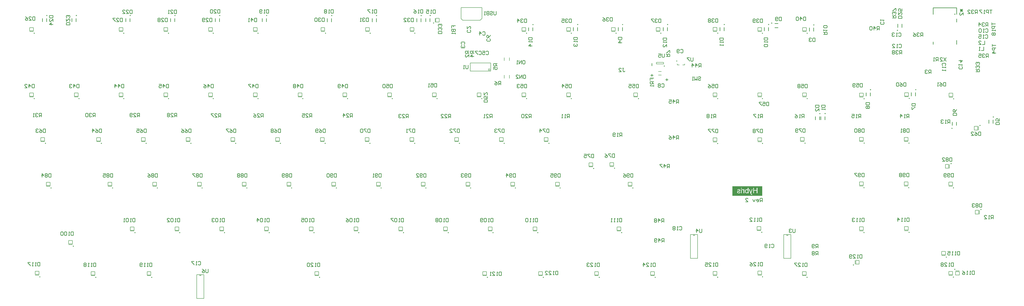
<source format=gbo>
G04 Layer_Color=13813960*
%FSTAX42Y42*%
%MOMM*%
G71*
G01*
G75*
%ADD13C,0.25*%
%ADD62C,0.20*%
%ADD108C,0.25*%
%ADD109C,0.20*%
G36*
X032766Y00508D02*
X031496D01*
Y005486D01*
X032766D01*
Y00508D01*
D02*
G37*
%LPC*%
G36*
X031941Y005361D02*
X031939D01*
X031936Y00536D01*
X031932Y00536D01*
X031928Y005358D01*
X031923Y005357D01*
X031918Y005354D01*
X031912Y005351D01*
X031923Y005326D01*
X031923Y005326D01*
X031924Y005327D01*
X031926Y005328D01*
X031929Y005329D01*
X031932Y00533D01*
X031935Y005331D01*
X031939Y005331D01*
X031943Y005332D01*
X031944D01*
X031946Y005331D01*
X031948Y005331D01*
X031951Y00533D01*
X031954Y005329D01*
X031957Y005328D01*
X031959Y005326D01*
X031959Y005326D01*
X03196Y005325D01*
X031961Y005324D01*
X031963Y005322D01*
X031965Y00532D01*
X031966Y005317D01*
X031968Y005314D01*
X031969Y005311D01*
X03197Y00531D01*
X03197Y005308D01*
X031971Y005305D01*
X031972Y005301D01*
X031973Y005296D01*
X031973Y005291D01*
X031974Y005285D01*
X031974Y005278D01*
Y005192D01*
X032002D01*
Y005357D01*
X031977D01*
Y005332D01*
X031976Y005332D01*
X031975Y005335D01*
X031973Y005338D01*
X031971Y005341D01*
X031968Y005345D01*
X031965Y005349D01*
X031962Y005352D01*
X031959Y005355D01*
X031959Y005355D01*
X031958Y005356D01*
X031956Y005357D01*
X031954Y005358D01*
X031951Y005359D01*
X031948Y00536D01*
X031945Y00536D01*
X031941Y005361D01*
D02*
G37*
G36*
X031775D02*
X031768D01*
X031764Y00536D01*
X031759Y00536D01*
X031754Y005359D01*
X031748Y005358D01*
X031742Y005357D01*
X031737Y005355D01*
X031736D01*
X031736Y005354D01*
X031734Y005354D01*
X031732Y005352D01*
X031728Y005351D01*
X031725Y005348D01*
X031721Y005346D01*
X031718Y005343D01*
X031715Y00534D01*
X031715Y005339D01*
X031714Y005338D01*
X031713Y005336D01*
X031711Y005333D01*
X031709Y005329D01*
X031708Y005325D01*
X031706Y00532D01*
X031705Y005314D01*
X031732Y005311D01*
Y005311D01*
X031733Y005313D01*
X031733Y005315D01*
X031734Y005318D01*
X031736Y005321D01*
X031738Y005324D01*
X03174Y005327D01*
X031744Y00533D01*
X031744Y005331D01*
X031745Y005331D01*
X031747Y005333D01*
X03175Y005334D01*
X031753Y005335D01*
X031758Y005337D01*
X031763Y005337D01*
X031769Y005338D01*
X031772D01*
X031775Y005337D01*
X031779Y005337D01*
X031784Y005336D01*
X031788Y005335D01*
X031793Y005333D01*
X031796Y005331D01*
X031797Y005331D01*
X031798Y00533D01*
X031799Y005329D01*
X0318Y005327D01*
X031802Y005325D01*
X031803Y005322D01*
X031804Y005319D01*
X031804Y005316D01*
Y005316D01*
Y005315D01*
X031804Y005314D01*
Y005313D01*
X031803Y00531D01*
X031801Y005306D01*
X031801Y005306D01*
X031801Y005306D01*
X0318Y005305D01*
X031799Y005304D01*
X031797Y005303D01*
X031795Y005301D01*
X031793Y0053D01*
X03179Y005299D01*
X03179D01*
X031789Y005299D01*
X031788Y005298D01*
X031786Y005297D01*
X031782Y005296D01*
X031778Y005295D01*
X031775Y005294D01*
X031773Y005294D01*
X031769Y005293D01*
X031766Y005292D01*
X031765D01*
X031764Y005292D01*
X031763Y005291D01*
X031761Y005291D01*
X031758Y00529D01*
X031755Y005289D01*
X031749Y005287D01*
X031742Y005285D01*
X031735Y005283D01*
X031729Y005281D01*
X031726Y00528D01*
X031724Y005279D01*
X031723Y005278D01*
X031722Y005278D01*
X03172Y005277D01*
X031717Y005275D01*
X031714Y005273D01*
X031711Y00527D01*
X031708Y005267D01*
X031706Y005264D01*
X031705Y005264D01*
X031705Y005263D01*
X031703Y005261D01*
X031702Y005258D01*
X031701Y005254D01*
X0317Y00525D01*
X031699Y005245D01*
X031699Y00524D01*
Y00524D01*
Y005238D01*
X031699Y005235D01*
X0317Y005232D01*
X031701Y005228D01*
X031702Y005223D01*
X031704Y005218D01*
X031707Y005214D01*
X031707Y005213D01*
X031709Y005212D01*
X03171Y00521D01*
X031713Y005207D01*
X031717Y005204D01*
X031721Y005201D01*
X031725Y005198D01*
X031731Y005195D01*
X031731D01*
X031731Y005194D01*
X031733Y005194D01*
X031737Y005193D01*
X031741Y005191D01*
X031746Y00519D01*
X031752Y005189D01*
X031758Y005188D01*
X031766Y005188D01*
X031769D01*
X031771Y005188D01*
X031774D01*
X031777Y005189D01*
X03178Y005189D01*
X031784Y00519D01*
X031792Y005191D01*
X0318Y005194D01*
X031808Y005197D01*
X031811Y005199D01*
X031815Y005201D01*
X031815Y005202D01*
X031815Y005202D01*
X031817Y005204D01*
X03182Y005207D01*
X031824Y005212D01*
X031827Y005217D01*
X031831Y005224D01*
X031834Y005232D01*
X031836Y005241D01*
X031808Y005245D01*
Y005245D01*
Y005245D01*
X031808Y005243D01*
X031807Y00524D01*
X031806Y005236D01*
X031804Y005232D01*
X031802Y005228D01*
X031799Y005223D01*
X031796Y00522D01*
X031795Y005219D01*
X031794Y005218D01*
X031791Y005217D01*
X031788Y005215D01*
X031783Y005214D01*
X031778Y005213D01*
X031773Y005212D01*
X031766Y005211D01*
X031762D01*
X031759Y005212D01*
X031755Y005212D01*
X03175Y005213D01*
X031745Y005214D01*
X031741Y005216D01*
X031737Y005219D01*
X031737Y005219D01*
X031735Y00522D01*
X031734Y005222D01*
X031732Y005224D01*
X03173Y005227D01*
X031729Y00523D01*
X031728Y005233D01*
X031727Y005237D01*
Y005238D01*
Y005239D01*
X031728Y00524D01*
X031728Y005243D01*
X031729Y005245D01*
X031731Y005247D01*
X031733Y00525D01*
X031736Y005252D01*
X031736Y005252D01*
X031737Y005253D01*
X031739Y005254D01*
X031742Y005255D01*
X031746Y005256D01*
X031748Y005257D01*
X03175Y005258D01*
X031753Y005259D01*
X031757Y00526D01*
X03176Y005261D01*
X031765Y005262D01*
X031765D01*
X031766Y005262D01*
X031768Y005262D01*
X03177Y005263D01*
X031772Y005264D01*
X031775Y005265D01*
X031781Y005266D01*
X031789Y005268D01*
X031796Y00527D01*
X031802Y005273D01*
X031805Y005274D01*
X031807Y005275D01*
X031808Y005275D01*
X031809Y005276D01*
X031811Y005277D01*
X031814Y005279D01*
X031817Y005281D01*
X03182Y005284D01*
X031823Y005287D01*
X031826Y005291D01*
X031826Y005291D01*
X031827Y005292D01*
X031827Y005294D01*
X031828Y005297D01*
X031829Y0053D01*
X03183Y005304D01*
X031831Y005308D01*
X031831Y005313D01*
Y005314D01*
Y005315D01*
X031831Y005317D01*
X031831Y00532D01*
X03183Y005323D01*
X031829Y005326D01*
X031828Y00533D01*
X031827Y005333D01*
X031826Y005334D01*
X031826Y005335D01*
X031825Y005337D01*
X031823Y005339D01*
X031821Y005341D01*
X031819Y005344D01*
X031816Y005347D01*
X031813Y005349D01*
X031812Y005349D01*
X031811Y00535D01*
X03181Y005351D01*
X031808Y005352D01*
X031805Y005353D01*
X031802Y005354D01*
X031799Y005356D01*
X031795Y005357D01*
X031794Y005357D01*
X031793Y005358D01*
X031791Y005358D01*
X031788Y005359D01*
X031784Y00536D01*
X03178Y00536D01*
X031775Y005361D01*
D02*
G37*
G36*
X031896Y005357D02*
X031868D01*
Y005192D01*
X031896D01*
Y005357D01*
D02*
G37*
G36*
X032179Y00542D02*
X032151D01*
Y005338D01*
X032151Y005339D01*
X032151Y005339D01*
X03215Y00534D01*
X032148Y005342D01*
X032146Y005344D01*
X032144Y005346D01*
X032142Y005347D01*
X032139Y005349D01*
X032133Y005354D01*
X032125Y005357D01*
X032121Y005359D01*
X032116Y00536D01*
X032111Y00536D01*
X032106Y005361D01*
X032104D01*
X032101Y00536D01*
X032097Y00536D01*
X032093Y005359D01*
X032088Y005358D01*
X032083Y005356D01*
X032078Y005354D01*
X032077Y005354D01*
X032075Y005353D01*
X032073Y005352D01*
X03207Y00535D01*
X032066Y005347D01*
X032063Y005345D01*
X032059Y005341D01*
X032055Y005337D01*
X032055Y005337D01*
X032054Y005335D01*
X032052Y005333D01*
X03205Y00533D01*
X032048Y005326D01*
X032046Y005321D01*
X032043Y005316D01*
X032041Y00531D01*
Y00531D01*
X032041Y00531D01*
X032041Y005309D01*
X03204Y005308D01*
X03204Y005304D01*
X032039Y0053D01*
X032038Y005295D01*
X032037Y00529D01*
X032037Y005283D01*
X032036Y005277D01*
Y005276D01*
Y005275D01*
Y005273D01*
X032037Y00527D01*
X032037Y005266D01*
X032037Y005262D01*
X032038Y005258D01*
X032039Y005253D01*
X032041Y005242D01*
X032043Y005237D01*
X032045Y005231D01*
X032047Y005226D01*
X03205Y005221D01*
X032054Y005216D01*
X032057Y005211D01*
X032058Y005211D01*
X032058Y00521D01*
X032059Y005209D01*
X032061Y005208D01*
X032063Y005206D01*
X032065Y005204D01*
X032068Y005202D01*
X032071Y0052D01*
X032075Y005198D01*
X032079Y005195D01*
X032088Y005192D01*
X032092Y00519D01*
X032097Y005189D01*
X032102Y005188D01*
X032108Y005188D01*
X032109D01*
X032111Y005188D01*
X032113D01*
X032115Y005189D01*
X032118Y005189D01*
X032124Y005191D01*
X032128Y005192D01*
X032132Y005194D01*
X032136Y005196D01*
X032139Y005198D01*
X032143Y005201D01*
X032147Y005205D01*
X03215Y005208D01*
X032153Y005213D01*
Y005192D01*
X032179D01*
Y00542D01*
D02*
G37*
G36*
X031896D02*
X031868D01*
Y005388D01*
X031896D01*
Y00542D01*
D02*
G37*
G36*
X032354Y005357D02*
X032325D01*
X03229Y005261D01*
Y005261D01*
X03229Y005261D01*
X032289Y00526D01*
X032289Y005258D01*
X032288Y005256D01*
X032288Y005254D01*
X032286Y00525D01*
X032284Y005244D01*
X032282Y005238D01*
X03228Y005231D01*
X032278Y005223D01*
Y005223D01*
X032278Y005224D01*
X032277Y005225D01*
X032277Y005226D01*
X032277Y005228D01*
X032276Y00523D01*
X032275Y005235D01*
X032273Y00524D01*
X032271Y005247D01*
X032269Y005254D01*
X032266Y005261D01*
X032231Y005357D01*
X032203D01*
X032266Y005189D01*
Y005189D01*
X032266Y005188D01*
X032267Y005187D01*
X032267Y005185D01*
X032268Y005183D01*
X032269Y00518D01*
X032272Y005174D01*
X032274Y005168D01*
X032276Y005162D01*
X032279Y005156D01*
X03228Y005154D01*
X032281Y005152D01*
X032282Y005151D01*
X032283Y005149D01*
X032284Y005147D01*
X032286Y005144D01*
X032289Y005141D01*
X032292Y005137D01*
X032295Y005134D01*
X032299Y005132D01*
X032299Y005131D01*
X0323Y005131D01*
X032302Y00513D01*
X032305Y005128D01*
X032308Y005127D01*
X032312Y005126D01*
X032317Y005125D01*
X032322Y005125D01*
X032323D01*
X032325Y005125D01*
X032327D01*
X032329Y005126D01*
X032332Y005127D01*
X032336Y005127D01*
X032339Y005129D01*
X032342Y005155D01*
X032342D01*
X032341Y005154D01*
X032339Y005154D01*
X032337Y005153D01*
X032332Y005152D01*
X032327Y005152D01*
X032325D01*
X032323Y005152D01*
X032321D01*
X032316Y005153D01*
X032314Y005154D01*
X032312Y005155D01*
X032311D01*
X032311Y005156D01*
X03231Y005157D01*
X032308Y005158D01*
X032305Y00516D01*
X032303Y005164D01*
Y005164D01*
X032302Y005165D01*
X032302Y005166D01*
X032301Y005168D01*
X0323Y005171D01*
X032298Y005175D01*
X032296Y005179D01*
X032294Y005185D01*
Y005185D01*
X032294Y005187D01*
X032293Y005189D01*
X032292Y005192D01*
X032354Y005357D01*
D02*
G37*
G36*
X032563Y00542D02*
X032533D01*
Y005326D01*
X032415D01*
Y00542D01*
X032385D01*
Y005192D01*
X032415D01*
Y005299D01*
X032533D01*
Y005192D01*
X032563D01*
Y00542D01*
D02*
G37*
%LPD*%
G36*
X032112Y005337D02*
X032116Y005337D01*
X03212Y005336D01*
X032125Y005334D01*
X03213Y005331D01*
X032133Y005329D01*
X032135Y005327D01*
X032138Y005324D01*
X032141Y005321D01*
Y005321D01*
X032141Y005321D01*
X032142Y00532D01*
X032143Y005319D01*
X032144Y005317D01*
X032145Y005315D01*
X032146Y005313D01*
X032147Y00531D01*
X032148Y005307D01*
X032149Y005303D01*
X032151Y005299D01*
X032152Y005295D01*
X032152Y005291D01*
X032153Y005286D01*
X032154Y005281D01*
Y005275D01*
Y005275D01*
Y005274D01*
Y005272D01*
Y00527D01*
X032153Y005268D01*
Y005265D01*
X032153Y005259D01*
X032152Y005252D01*
X03215Y005245D01*
X032148Y005238D01*
X032147Y005235D01*
X032146Y005233D01*
Y005232D01*
X032145Y005232D01*
X032144Y005231D01*
X032144Y005229D01*
X032141Y005226D01*
X032136Y005222D01*
X032131Y005218D01*
X032125Y005214D01*
X032122Y005213D01*
X032118Y005212D01*
X032114Y005212D01*
X03211Y005211D01*
X032108D01*
X032107Y005212D01*
X032103Y005212D01*
X032099Y005213D01*
X032094Y005215D01*
X032089Y005218D01*
X032084Y005222D01*
X032081Y005224D01*
X032078Y005227D01*
Y005227D01*
X032078Y005228D01*
X032077Y005229D01*
X032076Y00523D01*
X032075Y005232D01*
X032074Y005234D01*
X032073Y005236D01*
X032071Y005239D01*
X03207Y005242D01*
X032069Y005245D01*
X032068Y005249D01*
X032067Y005254D01*
X032066Y005258D01*
X032065Y005263D01*
X032065Y005269D01*
Y005274D01*
Y005275D01*
Y005276D01*
Y005277D01*
X032065Y00528D01*
Y005282D01*
X032065Y005286D01*
X032066Y005293D01*
X032068Y0053D01*
X03207Y005308D01*
X032073Y005316D01*
X032075Y005319D01*
X032078Y005322D01*
Y005322D01*
X032078Y005323D01*
X03208Y005324D01*
X032083Y005327D01*
X032086Y00533D01*
X032091Y005333D01*
X032096Y005335D01*
X032102Y005337D01*
X032106Y005338D01*
X032111D01*
X032112Y005337D01*
D02*
G37*
D13*
X026836Y012383D02*
G03*
X026836Y012383I-000013J0D01*
G01*
X040856Y007957D02*
G03*
X040856Y007957I-000013J0D01*
G01*
X039315Y009607D02*
G03*
X039315Y009607I-000013J0D01*
G01*
X042617Y008441D02*
G03*
X042617Y008441I-000013J0D01*
G01*
X037388Y009604D02*
G03*
X037388Y009604I-000013J0D01*
G01*
X028752Y012383D02*
G03*
X028752Y012383I-000013J0D01*
G01*
X031164D02*
G03*
X031164Y012383I-000013J0D01*
G01*
X033052Y012385D02*
G03*
X033052Y012385I-000013J0D01*
G01*
X024924Y012383D02*
G03*
X024924Y012383I-000013J0D01*
G01*
X023021Y01238D02*
G03*
X023021Y01238I-000013J0D01*
G01*
X018648Y012769D02*
G03*
X018648Y012769I-000013J0D01*
G01*
X014456Y012766D02*
G03*
X014456Y012766I-000013J0D01*
G01*
X018264D02*
G03*
X018264Y012766I-000013J0D01*
G01*
X011685Y012769D02*
G03*
X011685Y012769I-000013J0D01*
G01*
X007784D02*
G03*
X007784Y012769I-000013J0D01*
G01*
X005879Y012771D02*
G03*
X005879Y012771I-000013J0D01*
G01*
X002327Y012769D02*
G03*
X002327Y012769I-000013J0D01*
G01*
X003586D02*
G03*
X003586Y012769I-000013J0D01*
G01*
X033183Y012444D02*
G03*
X033183Y012444I-000013J0D01*
G01*
X016364Y012766D02*
G03*
X016364Y012766I-000013J0D01*
G01*
X009689Y012769D02*
G03*
X009689Y012769I-000013J0D01*
G01*
X038534Y012136D02*
G03*
X038534Y012136I-000013J0D01*
G01*
X035233Y008587D02*
G03*
X035233Y008587I-000013J0D01*
G01*
X035457D02*
G03*
X035457Y008587I-000013J0D01*
G01*
X034974Y012367D02*
G03*
X034974Y012367I-000013J0D01*
G01*
X040977Y012823D02*
G03*
X040977Y012823I-000013J0D01*
G01*
X026811Y012116D02*
Y012256D01*
X026633Y012116D02*
Y012256D01*
X040856Y008084D02*
Y008224D01*
X041034Y008084D02*
Y008224D01*
X03929Y00934D02*
Y009479D01*
X039112Y00934D02*
Y009479D01*
X042592Y008174D02*
Y008314D01*
X042414Y008174D02*
Y008314D01*
X037362Y009337D02*
Y009477D01*
X037184Y009337D02*
Y009477D01*
X028726Y012116D02*
Y012256D01*
X028548Y012116D02*
Y012256D01*
X031139Y012116D02*
Y012256D01*
X030961Y012116D02*
Y012256D01*
X033026Y012119D02*
Y012258D01*
X032849Y012119D02*
Y012258D01*
X024898Y012116D02*
Y012256D01*
X024721Y012116D02*
Y012256D01*
X022996Y012113D02*
Y012253D01*
X022818Y012113D02*
Y012253D01*
X018623Y012502D02*
Y012642D01*
X018445Y012502D02*
Y012642D01*
X014431Y0125D02*
Y012639D01*
X014253Y0125D02*
Y012639D01*
X018238Y0125D02*
Y012639D01*
X018061Y0125D02*
Y012639D01*
X01166Y012502D02*
Y012642D01*
X011482Y012502D02*
Y012642D01*
X007758Y012502D02*
Y012642D01*
X007581Y012502D02*
Y012642D01*
X005853Y012505D02*
Y012644D01*
X005676Y012505D02*
Y012644D01*
X002302Y012502D02*
Y012642D01*
X002124Y012502D02*
Y012642D01*
X00356Y012502D02*
Y012642D01*
X003382Y012502D02*
Y012642D01*
X033297Y012431D02*
X033437D01*
X033297Y012254D02*
X033437D01*
X016339Y0125D02*
Y012639D01*
X016161Y0125D02*
Y012639D01*
X009663Y012502D02*
Y012642D01*
X009486Y012502D02*
Y012642D01*
X038534Y012263D02*
Y012403D01*
X038712Y012263D02*
Y012403D01*
X035208Y00832D02*
Y00846D01*
X03503Y00832D02*
Y00846D01*
X035431Y00832D02*
Y00846D01*
X035253Y00832D02*
Y00846D01*
X034949Y012101D02*
Y01224D01*
X034771Y012101D02*
Y01224D01*
X04104Y01282D02*
Y013094D01*
X04004D02*
X04104D01*
X04004Y01282D02*
Y013094D01*
Y01154D02*
Y01164D01*
X04104Y01154D02*
Y01171D01*
Y01249D02*
Y01262D01*
X041796Y00188D02*
Y001727D01*
X04172D01*
X041694Y001753D01*
Y001854D01*
X04172Y00188D01*
X041796D01*
X041643Y001727D02*
X041593D01*
X041618D01*
Y00188D01*
X041643Y001854D01*
X041516Y001727D02*
X041466D01*
X041491D01*
Y00188D01*
X041516Y001854D01*
X041288Y00188D02*
X041339Y001854D01*
X041389Y001803D01*
Y001753D01*
X041364Y001727D01*
X041313D01*
X041288Y001753D01*
Y001778D01*
X041313Y001803D01*
X041389D01*
X0426Y0041D02*
Y004252D01*
X042524D01*
X042498Y004227D01*
Y004176D01*
X042524Y004151D01*
X0426D01*
X042549D02*
X042498Y0041D01*
X042448D02*
X042397D01*
X042422D01*
Y004252D01*
X042448Y004227D01*
X042219Y0041D02*
X042321D01*
X042219Y004202D01*
Y004227D01*
X042245Y004252D01*
X042295D01*
X042321Y004227D01*
X007845Y008451D02*
Y008604D01*
X007769D01*
X007743Y008578D01*
Y008527D01*
X007769Y008502D01*
X007845D01*
X007794D02*
X007743Y008451D01*
X007591D02*
X007693D01*
X007591Y008553D01*
Y008578D01*
X007617Y008604D01*
X007667D01*
X007693Y008578D01*
X00754D02*
X007515Y008604D01*
X007464D01*
X007439Y008578D01*
Y008553D01*
X007464Y008527D01*
X007439Y008502D01*
Y008477D01*
X007464Y008451D01*
X007515D01*
X00754Y008477D01*
Y008502D01*
X007515Y008527D01*
X00754Y008553D01*
Y008578D01*
X007515Y008527D02*
X007464D01*
X03701Y00257D02*
Y002418D01*
X036934D01*
X036909Y002443D01*
Y002545D01*
X036934Y00257D01*
X03701D01*
X036858Y002418D02*
X036807D01*
X036833D01*
Y00257D01*
X036858Y002545D01*
X036629Y002418D02*
X036731D01*
X036629Y00252D01*
Y002545D01*
X036655Y00257D01*
X036706D01*
X036731Y002545D01*
X036579Y002443D02*
X036553Y002418D01*
X036503D01*
X036477Y002443D01*
Y002545D01*
X036503Y00257D01*
X036553D01*
X036579Y002545D01*
Y00252D01*
X036553Y002494D01*
X036477D01*
X040904Y002229D02*
Y002077D01*
X040828D01*
X040803Y002102D01*
Y002204D01*
X040828Y002229D01*
X040904D01*
X040752Y002077D02*
X040701D01*
X040726D01*
Y002229D01*
X040752Y002204D01*
X040523Y002077D02*
X040625D01*
X040523Y002179D01*
Y002204D01*
X040549Y002229D01*
X040599D01*
X040625Y002204D01*
X040472D02*
X040447Y002229D01*
X040396D01*
X040371Y002204D01*
Y002179D01*
X040396Y002153D01*
X040371Y002128D01*
Y002102D01*
X040396Y002077D01*
X040447D01*
X040472Y002102D01*
Y002128D01*
X040447Y002153D01*
X040472Y002179D01*
Y002204D01*
X040447Y002153D02*
X040396D01*
X034673Y002219D02*
Y002067D01*
X034597D01*
X034571Y002092D01*
Y002194D01*
X034597Y002219D01*
X034673D01*
X034521Y002067D02*
X03447D01*
X034495D01*
Y002219D01*
X034521Y002194D01*
X034292Y002067D02*
X034394D01*
X034292Y002169D01*
Y002194D01*
X034317Y002219D01*
X034368D01*
X034394Y002194D01*
X034241Y002219D02*
X03414D01*
Y002194D01*
X034241Y002092D01*
Y002067D01*
X032778Y002242D02*
Y00209D01*
X032702D01*
X032677Y002115D01*
Y002217D01*
X032702Y002242D01*
X032778D01*
X032626Y00209D02*
X032575D01*
X0326D01*
Y002242D01*
X032626Y002217D01*
X032397Y00209D02*
X032499D01*
X032397Y002191D01*
Y002217D01*
X032423Y002242D01*
X032473D01*
X032499Y002217D01*
X032245Y002242D02*
X032296Y002217D01*
X032346Y002166D01*
Y002115D01*
X032321Y00209D01*
X03227D01*
X032245Y002115D01*
Y002141D01*
X03227Y002166D01*
X032346D01*
X030868Y002224D02*
Y002072D01*
X030792D01*
X030767Y002097D01*
Y002199D01*
X030792Y002224D01*
X030868D01*
X030716Y002072D02*
X030665D01*
X03069D01*
Y002224D01*
X030716Y002199D01*
X030487Y002072D02*
X030589D01*
X030487Y002174D01*
Y002199D01*
X030513Y002224D01*
X030563D01*
X030589Y002199D01*
X030335Y002224D02*
X030436D01*
Y002148D01*
X030386Y002174D01*
X03036D01*
X030335Y002148D01*
Y002097D01*
X03036Y002072D01*
X030411D01*
X030436Y002097D01*
X028212Y002219D02*
Y002067D01*
X028136D01*
X02811Y002092D01*
Y002194D01*
X028136Y002219D01*
X028212D01*
X028059Y002067D02*
X028009D01*
X028034D01*
Y002219D01*
X028059Y002194D01*
X027831Y002067D02*
X027932D01*
X027831Y002168D01*
Y002194D01*
X027856Y002219D01*
X027907D01*
X027932Y002194D01*
X027704Y002067D02*
Y002219D01*
X02778Y002143D01*
X027679D01*
X025831Y002219D02*
Y002067D01*
X025754D01*
X025729Y002092D01*
Y002194D01*
X025754Y002219D01*
X025831D01*
X025678Y002067D02*
X025627D01*
X025653D01*
Y002219D01*
X025678Y002194D01*
X02545Y002067D02*
X025551D01*
X02545Y002168D01*
Y002194D01*
X025475Y002219D01*
X025526D01*
X025551Y002194D01*
X025399D02*
X025374Y002219D01*
X025323D01*
X025297Y002194D01*
Y002168D01*
X025323Y002143D01*
X025348D01*
X025323D01*
X025297Y002118D01*
Y002092D01*
X025323Y002067D01*
X025374D01*
X025399Y002092D01*
X024059Y001871D02*
Y001719D01*
X023983D01*
X023958Y001744D01*
Y001846D01*
X023983Y001871D01*
X024059D01*
X023907Y001719D02*
X023856D01*
X023881D01*
Y001871D01*
X023907Y001846D01*
X023678Y001719D02*
X02378D01*
X023678Y00182D01*
Y001846D01*
X023704Y001871D01*
X023754D01*
X02378Y001846D01*
X023526Y001719D02*
X023627D01*
X023526Y00182D01*
Y001846D01*
X023551Y001871D01*
X023602D01*
X023627Y001846D01*
X021655Y001841D02*
Y001688D01*
X021579D01*
X021553Y001714D01*
Y001815D01*
X021579Y001841D01*
X021655D01*
X021503Y001688D02*
X021452D01*
X021477D01*
Y001841D01*
X021503Y001815D01*
X021274Y001688D02*
X021376D01*
X021274Y00179D01*
Y001815D01*
X0213Y001841D01*
X02135D01*
X021376Y001815D01*
X021223Y001688D02*
X021173D01*
X021198D01*
Y001841D01*
X021223Y001815D01*
X013925Y002219D02*
Y002067D01*
X013849D01*
X013823Y002092D01*
Y002194D01*
X013849Y002219D01*
X013925D01*
X013773Y002067D02*
X013722D01*
X013747D01*
Y002219D01*
X013773Y002194D01*
X013544Y002067D02*
X013646D01*
X013544Y002168D01*
Y002194D01*
X013569Y002219D01*
X01362D01*
X013646Y002194D01*
X013493D02*
X013468Y002219D01*
X013417D01*
X013392Y002194D01*
Y002092D01*
X013417Y002067D01*
X013468D01*
X013493Y002092D01*
Y002194D01*
X006779Y002219D02*
Y002067D01*
X006703D01*
X006677Y002092D01*
Y002194D01*
X006703Y002219D01*
X006779D01*
X006627Y002067D02*
X006576D01*
X006601D01*
Y002219D01*
X006627Y002194D01*
X0065Y002067D02*
X006449D01*
X006474D01*
Y002219D01*
X0065Y002194D01*
X006373Y002092D02*
X006347Y002067D01*
X006296D01*
X006271Y002092D01*
Y002194D01*
X006296Y002219D01*
X006347D01*
X006373Y002194D01*
Y002168D01*
X006347Y002143D01*
X006271D01*
X004398Y002219D02*
Y002067D01*
X004322D01*
X004296Y002092D01*
Y002194D01*
X004322Y002219D01*
X004398D01*
X004245Y002067D02*
X004195D01*
X00422D01*
Y002219D01*
X004245Y002194D01*
X004118Y002067D02*
X004068D01*
X004093D01*
Y002219D01*
X004118Y002194D01*
X003991D02*
X003966Y002219D01*
X003915D01*
X00389Y002194D01*
Y002168D01*
X003915Y002143D01*
X00389Y002118D01*
Y002092D01*
X003915Y002067D01*
X003966D01*
X003991Y002092D01*
Y002118D01*
X003966Y002143D01*
X003991Y002168D01*
Y002194D01*
X003966Y002143D02*
X003915D01*
X002017Y00224D02*
Y002088D01*
X001941D01*
X001915Y002113D01*
Y002215D01*
X001941Y00224D01*
X002017D01*
X001864Y002088D02*
X001814D01*
X001839D01*
Y00224D01*
X001864Y002215D01*
X001737Y002088D02*
X001687D01*
X001712D01*
Y00224D01*
X001737Y002215D01*
X00161Y00224D02*
X001509D01*
Y002215D01*
X00161Y002113D01*
Y002088D01*
X041166Y002711D02*
Y002559D01*
X04109D01*
X041064Y002584D01*
Y002686D01*
X04109Y002711D01*
X041166D01*
X041013Y002559D02*
X040963D01*
X040988D01*
Y002711D01*
X041013Y002686D01*
X040886Y002559D02*
X040836D01*
X040861D01*
Y002711D01*
X040886Y002686D01*
X040658Y002711D02*
X040759D01*
Y002635D01*
X040709Y00266D01*
X040683D01*
X040658Y002635D01*
Y002584D01*
X040683Y002559D01*
X040734D01*
X040759Y002584D01*
X039017Y004137D02*
Y003985D01*
X038941D01*
X038915Y00401D01*
Y004112D01*
X038941Y004137D01*
X039017D01*
X038865Y003985D02*
X038814D01*
X038839D01*
Y004137D01*
X038865Y004112D01*
X038738Y003985D02*
X038687D01*
X038712D01*
Y004137D01*
X038738Y004112D01*
X038534Y003985D02*
Y004137D01*
X038611Y004061D01*
X038509D01*
X032745Y004142D02*
Y00399D01*
X032669D01*
X032644Y004015D01*
Y004117D01*
X032669Y004142D01*
X032745D01*
X032593Y00399D02*
X032542D01*
X032568D01*
Y004142D01*
X032593Y004117D01*
X032466Y00399D02*
X032415D01*
X032441D01*
Y004142D01*
X032466Y004117D01*
X032237Y00399D02*
X032339D01*
X032237Y004091D01*
Y004117D01*
X032263Y004142D01*
X032314D01*
X032339Y004117D01*
X026783Y004124D02*
Y003972D01*
X026707D01*
X026682Y003997D01*
Y004099D01*
X026707Y004124D01*
X026783D01*
X026631Y003972D02*
X02658D01*
X026605D01*
Y004124D01*
X026631Y004099D01*
X026504Y003972D02*
X026453D01*
X026478D01*
Y004124D01*
X026504Y004099D01*
X026377Y003972D02*
X026326D01*
X026351D01*
Y004124D01*
X026377Y004099D01*
X023197Y004127D02*
Y003974D01*
X023121D01*
X023096Y004D01*
Y004101D01*
X023121Y004127D01*
X023197D01*
X023045Y003974D02*
X022994D01*
X02302D01*
Y004127D01*
X023045Y004101D01*
X022918Y003974D02*
X022867D01*
X022893D01*
Y004127D01*
X022918Y004101D01*
X022791D02*
X022766Y004127D01*
X022715D01*
X02269Y004101D01*
Y004D01*
X022715Y003974D01*
X022766D01*
X022791Y004D01*
Y004101D01*
X021305Y004124D02*
Y003972D01*
X021229D01*
X021204Y003997D01*
Y004099D01*
X021229Y004124D01*
X021305D01*
X021153Y003972D02*
X021102D01*
X021127D01*
Y004124D01*
X021153Y004099D01*
X021026D02*
X021Y004124D01*
X02095D01*
X020924Y004099D01*
Y003997D01*
X02095Y003972D01*
X021D01*
X021026Y003997D01*
Y004099D01*
X020874Y003997D02*
X020848Y003972D01*
X020797D01*
X020772Y003997D01*
Y004099D01*
X020797Y004124D01*
X020848D01*
X020874Y004099D01*
Y004073D01*
X020848Y004048D01*
X020772D01*
X0194Y004124D02*
Y003972D01*
X019324D01*
X019299Y003997D01*
Y004099D01*
X019324Y004124D01*
X0194D01*
X019248Y003972D02*
X019197D01*
X019223D01*
Y004124D01*
X019248Y004099D01*
X019121D02*
X019096Y004124D01*
X019045D01*
X019019Y004099D01*
Y003997D01*
X019045Y003972D01*
X019096D01*
X019121Y003997D01*
Y004099D01*
X018969D02*
X018943Y004124D01*
X018892D01*
X018867Y004099D01*
Y004073D01*
X018892Y004048D01*
X018867Y004022D01*
Y003997D01*
X018892Y003972D01*
X018943D01*
X018969Y003997D01*
Y004022D01*
X018943Y004048D01*
X018969Y004073D01*
Y004099D01*
X018943Y004048D02*
X018892D01*
X017495Y004124D02*
Y003972D01*
X017419D01*
X017394Y003997D01*
Y004099D01*
X017419Y004124D01*
X017495D01*
X017343Y003972D02*
X017292D01*
X017318D01*
Y004124D01*
X017343Y004099D01*
X017216D02*
X017191Y004124D01*
X01714D01*
X017114Y004099D01*
Y003997D01*
X01714Y003972D01*
X017191D01*
X017216Y003997D01*
Y004099D01*
X017064Y004124D02*
X016962D01*
Y004099D01*
X017064Y003997D01*
Y003972D01*
X01559Y004124D02*
Y003972D01*
X015514D01*
X015489Y003997D01*
Y004099D01*
X015514Y004124D01*
X01559D01*
X015438Y003972D02*
X015387D01*
X015413D01*
Y004124D01*
X015438Y004099D01*
X015311D02*
X015286Y004124D01*
X015235D01*
X01521Y004099D01*
Y003997D01*
X015235Y003972D01*
X015286D01*
X015311Y003997D01*
Y004099D01*
X015057Y004124D02*
X015108Y004099D01*
X015159Y004048D01*
Y003997D01*
X015133Y003972D01*
X015083D01*
X015057Y003997D01*
Y004022D01*
X015083Y004048D01*
X015159D01*
X013685Y004124D02*
Y003972D01*
X013609D01*
X013584Y003997D01*
Y004099D01*
X013609Y004124D01*
X013685D01*
X013533Y003972D02*
X013482D01*
X013508D01*
Y004124D01*
X013533Y004099D01*
X013406D02*
X013381Y004124D01*
X01333D01*
X013305Y004099D01*
Y003997D01*
X01333Y003972D01*
X013381D01*
X013406Y003997D01*
Y004099D01*
X013152Y004124D02*
X013254D01*
Y004048D01*
X013203Y004073D01*
X013178D01*
X013152Y004048D01*
Y003997D01*
X013178Y003972D01*
X013228D01*
X013254Y003997D01*
X011781Y004124D02*
Y003972D01*
X011704D01*
X011679Y003997D01*
Y004099D01*
X011704Y004124D01*
X011781D01*
X011628Y003972D02*
X011577D01*
X011603D01*
Y004124D01*
X011628Y004099D01*
X011501D02*
X011476Y004124D01*
X011425D01*
X0114Y004099D01*
Y003997D01*
X011425Y003972D01*
X011476D01*
X011501Y003997D01*
Y004099D01*
X011273Y003972D02*
Y004124D01*
X011349Y004048D01*
X011247D01*
X009876Y004124D02*
Y003972D01*
X009799D01*
X009774Y003997D01*
Y004099D01*
X009799Y004124D01*
X009876D01*
X009723Y003972D02*
X009673D01*
X009698D01*
Y004124D01*
X009723Y004099D01*
X009596D02*
X009571Y004124D01*
X00952D01*
X009495Y004099D01*
Y003997D01*
X00952Y003972D01*
X009571D01*
X009596Y003997D01*
Y004099D01*
X009444D02*
X009419Y004124D01*
X009368D01*
X009342Y004099D01*
Y004073D01*
X009368Y004048D01*
X009393D01*
X009368D01*
X009342Y004022D01*
Y003997D01*
X009368Y003972D01*
X009419D01*
X009444Y003997D01*
X007971Y004124D02*
Y003972D01*
X007895D01*
X007869Y003997D01*
Y004099D01*
X007895Y004124D01*
X007971D01*
X007818Y003972D02*
X007768D01*
X007793D01*
Y004124D01*
X007818Y004099D01*
X007691D02*
X007666Y004124D01*
X007615D01*
X00759Y004099D01*
Y003997D01*
X007615Y003972D01*
X007666D01*
X007691Y003997D01*
Y004099D01*
X007438Y003972D02*
X007539D01*
X007438Y004073D01*
Y004099D01*
X007463Y004124D01*
X007514D01*
X007539Y004099D01*
X006066Y004124D02*
Y003972D01*
X00599D01*
X005964Y003997D01*
Y004099D01*
X00599Y004124D01*
X006066D01*
X005913Y003972D02*
X005863D01*
X005888D01*
Y004124D01*
X005913Y004099D01*
X005787D02*
X005761Y004124D01*
X00571D01*
X005685Y004099D01*
Y003997D01*
X00571Y003972D01*
X005761D01*
X005787Y003997D01*
Y004099D01*
X005634Y003972D02*
X005583D01*
X005609D01*
Y004124D01*
X005634Y004099D01*
X003442Y003546D02*
Y003393D01*
X003366D01*
X00334Y003419D01*
Y00352D01*
X003366Y003546D01*
X003442D01*
X003289Y003393D02*
X003239D01*
X003264D01*
Y003546D01*
X003289Y00352D01*
X003162D02*
X003137Y003546D01*
X003086D01*
X003061Y00352D01*
Y003419D01*
X003086Y003393D01*
X003137D01*
X003162Y003419D01*
Y00352D01*
X00301D02*
X002985Y003546D01*
X002934D01*
X002908Y00352D01*
Y003419D01*
X002934Y003393D01*
X002985D01*
X00301Y003419D01*
Y00352D01*
X040904Y006034D02*
Y005881D01*
X040828D01*
X040803Y005907D01*
Y006008D01*
X040828Y006034D01*
X040904D01*
X040752Y005907D02*
X040726Y005881D01*
X040676D01*
X04065Y005907D01*
Y006008D01*
X040676Y006034D01*
X040726D01*
X040752Y006008D01*
Y005983D01*
X040726Y005957D01*
X04065D01*
X040599Y005907D02*
X040574Y005881D01*
X040523D01*
X040498Y005907D01*
Y006008D01*
X040523Y006034D01*
X040574D01*
X040599Y006008D01*
Y005983D01*
X040574Y005957D01*
X040498D01*
X039004Y006042D02*
Y005889D01*
X038928D01*
X038903Y005915D01*
Y006016D01*
X038928Y006042D01*
X039004D01*
X038852Y005915D02*
X038826Y005889D01*
X038776D01*
X03875Y005915D01*
Y006016D01*
X038776Y006042D01*
X038826D01*
X038852Y006016D01*
Y005991D01*
X038826Y005966D01*
X03875D01*
X0387Y006016D02*
X038674Y006042D01*
X038623D01*
X038598Y006016D01*
Y005991D01*
X038623Y005966D01*
X038598Y00594D01*
Y005915D01*
X038623Y005889D01*
X038674D01*
X0387Y005915D01*
Y00594D01*
X038674Y005966D01*
X0387Y005991D01*
Y006016D01*
X038674Y005966D02*
X038623D01*
X037099Y006042D02*
Y005889D01*
X037023D01*
X036998Y005915D01*
Y006016D01*
X037023Y006042D01*
X037099D01*
X036947Y005915D02*
X036922Y005889D01*
X036871D01*
X036845Y005915D01*
Y006016D01*
X036871Y006042D01*
X036922D01*
X036947Y006016D01*
Y005991D01*
X036922Y005966D01*
X036845D01*
X036795Y006042D02*
X036693D01*
Y006016D01*
X036795Y005915D01*
Y005889D01*
X027259Y006029D02*
Y005877D01*
X027183D01*
X027158Y005902D01*
Y006004D01*
X027183Y006029D01*
X027259D01*
X027107Y005902D02*
X027082Y005877D01*
X027031D01*
X027005Y005902D01*
Y006004D01*
X027031Y006029D01*
X027082D01*
X027107Y006004D01*
Y005978D01*
X027082Y005953D01*
X027005D01*
X026853Y006029D02*
X026904Y006004D01*
X026955Y005953D01*
Y005902D01*
X026929Y005877D01*
X026878D01*
X026853Y005902D01*
Y005927D01*
X026878Y005953D01*
X026955D01*
X024163Y006029D02*
Y005877D01*
X024086D01*
X024061Y005902D01*
Y006004D01*
X024086Y006029D01*
X024163D01*
X02401Y005902D02*
X023985Y005877D01*
X023934D01*
X023909Y005902D01*
Y006004D01*
X023934Y006029D01*
X023985D01*
X02401Y006004D01*
Y005978D01*
X023985Y005953D01*
X023909D01*
X023756Y006029D02*
X023858D01*
Y005953D01*
X023807Y005978D01*
X023782D01*
X023756Y005953D01*
Y005902D01*
X023782Y005877D01*
X023832D01*
X023858Y005902D01*
X022258Y006029D02*
Y005877D01*
X022181D01*
X022156Y005902D01*
Y006004D01*
X022181Y006029D01*
X022258D01*
X022105Y005902D02*
X02208Y005877D01*
X022029D01*
X022004Y005902D01*
Y006004D01*
X022029Y006029D01*
X02208D01*
X022105Y006004D01*
Y005978D01*
X02208Y005953D01*
X022004D01*
X021877Y005877D02*
Y006029D01*
X021953Y005953D01*
X021851D01*
X020353Y006029D02*
Y005877D01*
X020277D01*
X020251Y005902D01*
Y006004D01*
X020277Y006029D01*
X020353D01*
X0202Y005902D02*
X020175Y005877D01*
X020124D01*
X020099Y005902D01*
Y006004D01*
X020124Y006029D01*
X020175D01*
X0202Y006004D01*
Y005978D01*
X020175Y005953D01*
X020099D01*
X020048Y006004D02*
X020023Y006029D01*
X019972D01*
X019946Y006004D01*
Y005978D01*
X019972Y005953D01*
X019997D01*
X019972D01*
X019946Y005927D01*
Y005902D01*
X019972Y005877D01*
X020023D01*
X020048Y005902D01*
X018448Y006029D02*
Y005877D01*
X018372D01*
X018346Y005902D01*
Y006004D01*
X018372Y006029D01*
X018448D01*
X018295Y005902D02*
X01827Y005877D01*
X018219D01*
X018194Y005902D01*
Y006004D01*
X018219Y006029D01*
X01827D01*
X018295Y006004D01*
Y005978D01*
X01827Y005953D01*
X018194D01*
X018042Y005877D02*
X018143D01*
X018042Y005978D01*
Y006004D01*
X018067Y006029D01*
X018118D01*
X018143Y006004D01*
X016543Y006029D02*
Y005877D01*
X016467D01*
X016441Y005902D01*
Y006004D01*
X016467Y006029D01*
X016543D01*
X016391Y005902D02*
X016365Y005877D01*
X016314D01*
X016289Y005902D01*
Y006004D01*
X016314Y006029D01*
X016365D01*
X016391Y006004D01*
Y005978D01*
X016365Y005953D01*
X016289D01*
X016238Y005877D02*
X016187D01*
X016213D01*
Y006029D01*
X016238Y006004D01*
X014638Y006029D02*
Y005877D01*
X014562D01*
X014536Y005902D01*
Y006004D01*
X014562Y006029D01*
X014638D01*
X014486Y005902D02*
X01446Y005877D01*
X014409D01*
X014384Y005902D01*
Y006004D01*
X014409Y006029D01*
X01446D01*
X014486Y006004D01*
Y005978D01*
X01446Y005953D01*
X014384D01*
X014333Y006004D02*
X014308Y006029D01*
X014257D01*
X014232Y006004D01*
Y005902D01*
X014257Y005877D01*
X014308D01*
X014333Y005902D01*
Y006004D01*
X012733Y006029D02*
Y005877D01*
X012657D01*
X012631Y005902D01*
Y006004D01*
X012657Y006029D01*
X012733D01*
X012581Y006004D02*
X012555Y006029D01*
X012505D01*
X012479Y006004D01*
Y005978D01*
X012505Y005953D01*
X012479Y005927D01*
Y005902D01*
X012505Y005877D01*
X012555D01*
X012581Y005902D01*
Y005927D01*
X012555Y005953D01*
X012581Y005978D01*
Y006004D01*
X012555Y005953D02*
X012505D01*
X012428Y005902D02*
X012403Y005877D01*
X012352D01*
X012327Y005902D01*
Y006004D01*
X012352Y006029D01*
X012403D01*
X012428Y006004D01*
Y005978D01*
X012403Y005953D01*
X012327D01*
X010828Y006029D02*
Y005877D01*
X010752D01*
X010727Y005902D01*
Y006004D01*
X010752Y006029D01*
X010828D01*
X010676Y006004D02*
X01065Y006029D01*
X0106D01*
X010574Y006004D01*
Y005978D01*
X0106Y005953D01*
X010574Y005927D01*
Y005902D01*
X0106Y005877D01*
X01065D01*
X010676Y005902D01*
Y005927D01*
X01065Y005953D01*
X010676Y005978D01*
Y006004D01*
X01065Y005953D02*
X0106D01*
X010523Y006004D02*
X010498Y006029D01*
X010447D01*
X010422Y006004D01*
Y005978D01*
X010447Y005953D01*
X010422Y005927D01*
Y005902D01*
X010447Y005877D01*
X010498D01*
X010523Y005902D01*
Y005927D01*
X010498Y005953D01*
X010523Y005978D01*
Y006004D01*
X010498Y005953D02*
X010447D01*
X008923Y006029D02*
Y005877D01*
X008847D01*
X008822Y005902D01*
Y006004D01*
X008847Y006029D01*
X008923D01*
X008771Y006004D02*
X008745Y006029D01*
X008695D01*
X008669Y006004D01*
Y005978D01*
X008695Y005953D01*
X008669Y005927D01*
Y005902D01*
X008695Y005877D01*
X008745D01*
X008771Y005902D01*
Y005927D01*
X008745Y005953D01*
X008771Y005978D01*
Y006004D01*
X008745Y005953D02*
X008695D01*
X008618Y006029D02*
X008517D01*
Y006004D01*
X008618Y005902D01*
Y005877D01*
X007018Y006029D02*
Y005877D01*
X006942D01*
X006917Y005902D01*
Y006004D01*
X006942Y006029D01*
X007018D01*
X006866Y006004D02*
X006841Y006029D01*
X00679D01*
X006764Y006004D01*
Y005978D01*
X00679Y005953D01*
X006764Y005927D01*
Y005902D01*
X00679Y005877D01*
X006841D01*
X006866Y005902D01*
Y005927D01*
X006841Y005953D01*
X006866Y005978D01*
Y006004D01*
X006841Y005953D02*
X00679D01*
X006612Y006029D02*
X006663Y006004D01*
X006714Y005953D01*
Y005902D01*
X006688Y005877D01*
X006637D01*
X006612Y005902D01*
Y005927D01*
X006637Y005953D01*
X006714D01*
X005113Y006029D02*
Y005877D01*
X005037D01*
X005012Y005902D01*
Y006004D01*
X005037Y006029D01*
X005113D01*
X004961Y006004D02*
X004936Y006029D01*
X004885D01*
X004859Y006004D01*
Y005978D01*
X004885Y005953D01*
X004859Y005927D01*
Y005902D01*
X004885Y005877D01*
X004936D01*
X004961Y005902D01*
Y005927D01*
X004936Y005953D01*
X004961Y005978D01*
Y006004D01*
X004936Y005953D02*
X004885D01*
X004707Y006029D02*
X004809D01*
Y005953D01*
X004758Y005978D01*
X004732D01*
X004707Y005953D01*
Y005902D01*
X004732Y005877D01*
X004783D01*
X004809Y005902D01*
X002493Y006029D02*
Y005877D01*
X002417D01*
X002391Y005902D01*
Y006004D01*
X002417Y006029D01*
X002493D01*
X00234Y006004D02*
X002315Y006029D01*
X002264D01*
X002239Y006004D01*
Y005978D01*
X002264Y005953D01*
X002239Y005927D01*
Y005902D01*
X002264Y005877D01*
X002315D01*
X00234Y005902D01*
Y005927D01*
X002315Y005953D01*
X00234Y005978D01*
Y006004D01*
X002315Y005953D02*
X002264D01*
X002112Y005877D02*
Y006029D01*
X002188Y005953D01*
X002087D01*
X042109Y00475D02*
Y004598D01*
X042033D01*
X042008Y004623D01*
Y004725D01*
X042033Y00475D01*
X042109D01*
X041957Y004725D02*
X041932Y00475D01*
X041881D01*
X041855Y004725D01*
Y004699D01*
X041881Y004674D01*
X041855Y004649D01*
Y004623D01*
X041881Y004598D01*
X041932D01*
X041957Y004623D01*
Y004649D01*
X041932Y004674D01*
X041957Y004699D01*
Y004725D01*
X041932Y004674D02*
X041881D01*
X041805Y004725D02*
X041779Y00475D01*
X041728D01*
X041703Y004725D01*
Y004699D01*
X041728Y004674D01*
X041754D01*
X041728D01*
X041703Y004649D01*
Y004623D01*
X041728Y004598D01*
X041779D01*
X041805Y004623D01*
X040838Y006708D02*
Y006556D01*
X040762D01*
X040737Y006581D01*
Y006683D01*
X040762Y006708D01*
X040838D01*
X040686Y006683D02*
X04066Y006708D01*
X04061D01*
X040584Y006683D01*
Y006657D01*
X04061Y006632D01*
X040584Y006607D01*
Y006581D01*
X04061Y006556D01*
X04066D01*
X040686Y006581D01*
Y006607D01*
X04066Y006632D01*
X040686Y006657D01*
Y006683D01*
X04066Y006632D02*
X04061D01*
X040432Y006556D02*
X040533D01*
X040432Y006657D01*
Y006683D01*
X040457Y006708D01*
X040508D01*
X040533Y006683D01*
X039012Y007942D02*
Y007789D01*
X038936D01*
X03891Y007815D01*
Y007916D01*
X038936Y007942D01*
X039012D01*
X03886Y007916D02*
X038834Y007942D01*
X038783D01*
X038758Y007916D01*
Y007891D01*
X038783Y007865D01*
X038758Y00784D01*
Y007815D01*
X038783Y007789D01*
X038834D01*
X03886Y007815D01*
Y00784D01*
X038834Y007865D01*
X03886Y007891D01*
Y007916D01*
X038834Y007865D02*
X038783D01*
X038707Y007789D02*
X038656D01*
X038682D01*
Y007942D01*
X038707Y007916D01*
X037104Y007942D02*
Y007789D01*
X037028D01*
X037003Y007815D01*
Y007916D01*
X037028Y007942D01*
X037104D01*
X036952Y007916D02*
X036927Y007942D01*
X036876D01*
X03685Y007916D01*
Y007891D01*
X036876Y007865D01*
X03685Y00784D01*
Y007815D01*
X036876Y007789D01*
X036927D01*
X036952Y007815D01*
Y00784D01*
X036927Y007865D01*
X036952Y007891D01*
Y007916D01*
X036927Y007865D02*
X036876D01*
X0368Y007916D02*
X036774Y007942D01*
X036724D01*
X036698Y007916D01*
Y007815D01*
X036724Y007789D01*
X036774D01*
X0368Y007815D01*
Y007916D01*
X034587Y007939D02*
Y007787D01*
X034511D01*
X034485Y007812D01*
Y007914D01*
X034511Y007939D01*
X034587D01*
X034434D02*
X034333D01*
Y007914D01*
X034434Y007812D01*
Y007787D01*
X034282Y007812D02*
X034257Y007787D01*
X034206D01*
X03418Y007812D01*
Y007914D01*
X034206Y007939D01*
X034257D01*
X034282Y007914D01*
Y007888D01*
X034257Y007863D01*
X03418D01*
X032778Y007927D02*
Y007775D01*
X032702D01*
X032677Y0078D01*
Y007902D01*
X032702Y007927D01*
X032778D01*
X032626D02*
X032524D01*
Y007902D01*
X032626Y0078D01*
Y007775D01*
X032474Y007902D02*
X032448Y007927D01*
X032397D01*
X032372Y007902D01*
Y007876D01*
X032397Y007851D01*
X032372Y007825D01*
Y0078D01*
X032397Y007775D01*
X032448D01*
X032474Y0078D01*
Y007825D01*
X032448Y007851D01*
X032474Y007876D01*
Y007902D01*
X032448Y007851D02*
X032397D01*
X030868Y007922D02*
Y00777D01*
X030792D01*
X030767Y007795D01*
Y007897D01*
X030792Y007922D01*
X030868D01*
X030716D02*
X030614D01*
Y007897D01*
X030716Y007795D01*
Y00777D01*
X030564Y007922D02*
X030462D01*
Y007897D01*
X030564Y007795D01*
Y00777D01*
X02648Y006871D02*
Y006718D01*
X026403D01*
X026378Y006744D01*
Y006845D01*
X026403Y006871D01*
X02648D01*
X026327D02*
X026226D01*
Y006845D01*
X026327Y006744D01*
Y006718D01*
X026073Y006871D02*
X026124Y006845D01*
X026175Y006794D01*
Y006744D01*
X026149Y006718D01*
X026099D01*
X026073Y006744D01*
Y006769D01*
X026099Y006794D01*
X026175D01*
X025587Y006859D02*
Y006707D01*
X025511D01*
X025486Y006732D01*
Y006834D01*
X025511Y006859D01*
X025587D01*
X025435D02*
X025333D01*
Y006834D01*
X025435Y006732D01*
Y006707D01*
X025181Y006859D02*
X025283D01*
Y006783D01*
X025232Y006808D01*
X025207D01*
X025181Y006783D01*
Y006732D01*
X025207Y006707D01*
X025257D01*
X025283Y006732D01*
X023686Y007934D02*
Y007781D01*
X02361D01*
X023585Y007807D01*
Y007908D01*
X02361Y007934D01*
X023686D01*
X023534D02*
X023432D01*
Y007908D01*
X023534Y007807D01*
Y007781D01*
X023305D02*
Y007934D01*
X023382Y007858D01*
X02328D01*
X021781Y007934D02*
Y007781D01*
X021705D01*
X02168Y007807D01*
Y007908D01*
X021705Y007934D01*
X021781D01*
X021629D02*
X021527D01*
Y007908D01*
X021629Y007807D01*
Y007781D01*
X021477Y007908D02*
X021451Y007934D01*
X021401D01*
X021375Y007908D01*
Y007883D01*
X021401Y007858D01*
X021426D01*
X021401D01*
X021375Y007832D01*
Y007807D01*
X021401Y007781D01*
X021451D01*
X021477Y007807D01*
X019876Y007934D02*
Y007781D01*
X0198D01*
X019775Y007807D01*
Y007908D01*
X0198Y007934D01*
X019876D01*
X019724D02*
X019623D01*
Y007908D01*
X019724Y007807D01*
Y007781D01*
X01947D02*
X019572D01*
X01947Y007883D01*
Y007908D01*
X019496Y007934D01*
X019546D01*
X019572Y007908D01*
X017972Y007934D02*
Y007781D01*
X017895D01*
X01787Y007807D01*
Y007908D01*
X017895Y007934D01*
X017972D01*
X017819D02*
X017718D01*
Y007908D01*
X017819Y007807D01*
Y007781D01*
X017667D02*
X017616D01*
X017641D01*
Y007934D01*
X017667Y007908D01*
X016067Y007934D02*
Y007781D01*
X01599D01*
X015965Y007807D01*
Y007908D01*
X01599Y007934D01*
X016067D01*
X015914D02*
X015813D01*
Y007908D01*
X015914Y007807D01*
Y007781D01*
X015762Y007908D02*
X015737Y007934D01*
X015686D01*
X01566Y007908D01*
Y007807D01*
X015686Y007781D01*
X015737D01*
X015762Y007807D01*
Y007908D01*
X014162Y007934D02*
Y007781D01*
X014086D01*
X01406Y007807D01*
Y007908D01*
X014086Y007934D01*
X014162D01*
X013908D02*
X013959Y007908D01*
X014009Y007858D01*
Y007807D01*
X013984Y007781D01*
X013933D01*
X013908Y007807D01*
Y007832D01*
X013933Y007858D01*
X014009D01*
X013857Y007807D02*
X013832Y007781D01*
X013781D01*
X013755Y007807D01*
Y007908D01*
X013781Y007934D01*
X013832D01*
X013857Y007908D01*
Y007883D01*
X013832Y007858D01*
X013755D01*
X012257Y007934D02*
Y007781D01*
X012181D01*
X012155Y007807D01*
Y007908D01*
X012181Y007934D01*
X012257D01*
X012003D02*
X012054Y007908D01*
X012104Y007858D01*
Y007807D01*
X012079Y007781D01*
X012028D01*
X012003Y007807D01*
Y007832D01*
X012028Y007858D01*
X012104D01*
X011952Y007908D02*
X011927Y007934D01*
X011876D01*
X011851Y007908D01*
Y007883D01*
X011876Y007858D01*
X011851Y007832D01*
Y007807D01*
X011876Y007781D01*
X011927D01*
X011952Y007807D01*
Y007832D01*
X011927Y007858D01*
X011952Y007883D01*
Y007908D01*
X011927Y007858D02*
X011876D01*
X010352Y007934D02*
Y007781D01*
X010276D01*
X01025Y007807D01*
Y007908D01*
X010276Y007934D01*
X010352D01*
X010098D02*
X010149Y007908D01*
X0102Y007858D01*
Y007807D01*
X010174Y007781D01*
X010123D01*
X010098Y007807D01*
Y007832D01*
X010123Y007858D01*
X0102D01*
X010047Y007934D02*
X009946D01*
Y007908D01*
X010047Y007807D01*
Y007781D01*
X008447Y007934D02*
Y007781D01*
X008371D01*
X008345Y007807D01*
Y007908D01*
X008371Y007934D01*
X008447D01*
X008193D02*
X008244Y007908D01*
X008295Y007858D01*
Y007807D01*
X008269Y007781D01*
X008218D01*
X008193Y007807D01*
Y007832D01*
X008218Y007858D01*
X008295D01*
X008041Y007934D02*
X008091Y007908D01*
X008142Y007858D01*
Y007807D01*
X008117Y007781D01*
X008066D01*
X008041Y007807D01*
Y007832D01*
X008066Y007858D01*
X008142D01*
X006542Y007934D02*
Y007781D01*
X006466D01*
X00644Y007807D01*
Y007908D01*
X006466Y007934D01*
X006542D01*
X006288D02*
X006339Y007908D01*
X00639Y007858D01*
Y007807D01*
X006364Y007781D01*
X006314D01*
X006288Y007807D01*
Y007832D01*
X006314Y007858D01*
X00639D01*
X006136Y007934D02*
X006237D01*
Y007858D01*
X006187Y007883D01*
X006161D01*
X006136Y007858D01*
Y007807D01*
X006161Y007781D01*
X006212D01*
X006237Y007807D01*
X004637Y007934D02*
Y007781D01*
X004561D01*
X004536Y007807D01*
Y007908D01*
X004561Y007934D01*
X004637D01*
X004383D02*
X004434Y007908D01*
X004485Y007858D01*
Y007807D01*
X004459Y007781D01*
X004409D01*
X004383Y007807D01*
Y007832D01*
X004409Y007858D01*
X004485D01*
X004256Y007781D02*
Y007934D01*
X004332Y007858D01*
X004231D01*
X002256Y007934D02*
Y007781D01*
X00218D01*
X002154Y007807D01*
Y007908D01*
X00218Y007934D01*
X002256D01*
X002002D02*
X002053Y007908D01*
X002104Y007858D01*
Y007807D01*
X002078Y007781D01*
X002027D01*
X002002Y007807D01*
Y007832D01*
X002027Y007858D01*
X002104D01*
X001951Y007908D02*
X001926Y007934D01*
X001875D01*
X00185Y007908D01*
Y007883D01*
X001875Y007858D01*
X0019D01*
X001875D01*
X00185Y007832D01*
Y007807D01*
X001875Y007781D01*
X001926D01*
X001951Y007807D01*
X042062Y007805D02*
Y007653D01*
X041985D01*
X04196Y007678D01*
Y00778D01*
X041985Y007805D01*
X042062D01*
X041808D02*
X041858Y00778D01*
X041909Y007729D01*
Y007678D01*
X041884Y007653D01*
X041833D01*
X041808Y007678D01*
Y007704D01*
X041833Y007729D01*
X041909D01*
X041655Y007653D02*
X041757D01*
X041655Y007755D01*
Y00778D01*
X041681Y007805D01*
X041732D01*
X041757Y00778D01*
X040574Y009913D02*
Y00976D01*
X040498D01*
X040472Y009786D01*
Y009887D01*
X040498Y009913D01*
X040574D01*
X04032D02*
X040371Y009887D01*
X040422Y009836D01*
Y009786D01*
X040396Y00976D01*
X040345D01*
X04032Y009786D01*
Y009811D01*
X040345Y009836D01*
X040422D01*
X040269Y00976D02*
X040218D01*
X040244D01*
Y009913D01*
X040269Y009887D01*
X038877Y009903D02*
Y009751D01*
X038801D01*
X038776Y009776D01*
Y009878D01*
X038801Y009903D01*
X038877D01*
X038623D02*
X038674Y009878D01*
X038725Y009827D01*
Y009776D01*
X038699Y009751D01*
X038649D01*
X038623Y009776D01*
Y009801D01*
X038649Y009827D01*
X038725D01*
X038572Y009878D02*
X038547Y009903D01*
X038496D01*
X038471Y009878D01*
Y009776D01*
X038496Y009751D01*
X038547D01*
X038572Y009776D01*
Y009878D01*
X037027Y00987D02*
Y009718D01*
X036951D01*
X036926Y009743D01*
Y009845D01*
X036951Y00987D01*
X037027D01*
X036773D02*
X036875D01*
Y009794D01*
X036824Y009819D01*
X036799D01*
X036773Y009794D01*
Y009743D01*
X036799Y009718D01*
X03685D01*
X036875Y009743D01*
X036723D02*
X036697Y009718D01*
X036647D01*
X036621Y009743D01*
Y009845D01*
X036647Y00987D01*
X036697D01*
X036723Y009845D01*
Y009819D01*
X036697Y009794D01*
X036621D01*
X034678Y009842D02*
Y009689D01*
X034602D01*
X034577Y009715D01*
Y009816D01*
X034602Y009842D01*
X034678D01*
X034424D02*
X034526D01*
Y009765D01*
X034475Y009791D01*
X03445D01*
X034424Y009765D01*
Y009715D01*
X03445Y009689D01*
X0345D01*
X034526Y009715D01*
X034373Y009816D02*
X034348Y009842D01*
X034297D01*
X034272Y009816D01*
Y009791D01*
X034297Y009765D01*
X034272Y00974D01*
Y009715D01*
X034297Y009689D01*
X034348D01*
X034373Y009715D01*
Y00974D01*
X034348Y009765D01*
X034373Y009791D01*
Y009816D01*
X034348Y009765D02*
X034297D01*
X033039Y009074D02*
Y008922D01*
X032962D01*
X032937Y008947D01*
Y009049D01*
X032962Y009074D01*
X033039D01*
X032785D02*
X032886D01*
Y008998D01*
X032835Y009023D01*
X03281D01*
X032785Y008998D01*
Y008947D01*
X03281Y008922D01*
X032861D01*
X032886Y008947D01*
X032734Y009074D02*
X032632D01*
Y009049D01*
X032734Y008947D01*
Y008922D01*
X030868Y009842D02*
Y009689D01*
X030792D01*
X030767Y009715D01*
Y009816D01*
X030792Y009842D01*
X030868D01*
X030614D02*
X030716D01*
Y009765D01*
X030665Y009791D01*
X03064D01*
X030614Y009765D01*
Y009715D01*
X03064Y009689D01*
X030691D01*
X030716Y009715D01*
X030462Y009842D02*
X030513Y009816D01*
X030564Y009765D01*
Y009715D01*
X030538Y009689D01*
X030487D01*
X030462Y009715D01*
Y00974D01*
X030487Y009765D01*
X030564D01*
X027496Y009839D02*
Y009686D01*
X02742D01*
X027395Y009712D01*
Y009813D01*
X02742Y009839D01*
X027496D01*
X027242D02*
X027344D01*
Y009763D01*
X027293Y009788D01*
X027268D01*
X027242Y009763D01*
Y009712D01*
X027268Y009686D01*
X027318D01*
X027344Y009712D01*
X02709Y009839D02*
X027191D01*
Y009763D01*
X027141Y009788D01*
X027115D01*
X02709Y009763D01*
Y009712D01*
X027115Y009686D01*
X027166D01*
X027191Y009712D01*
X024639Y009839D02*
Y009686D01*
X024563D01*
X024537Y009712D01*
Y009813D01*
X024563Y009839D01*
X024639D01*
X024385D02*
X024486D01*
Y009763D01*
X024436Y009788D01*
X02441D01*
X024385Y009763D01*
Y009712D01*
X02441Y009686D01*
X024461D01*
X024486Y009712D01*
X024258Y009686D02*
Y009839D01*
X024334Y009763D01*
X024233D01*
X022734Y009839D02*
Y009686D01*
X022658D01*
X022632Y009712D01*
Y009813D01*
X022658Y009839D01*
X022734D01*
X02248D02*
X022582D01*
Y009763D01*
X022531Y009788D01*
X022505D01*
X02248Y009763D01*
Y009712D01*
X022505Y009686D01*
X022556D01*
X022582Y009712D01*
X022429Y009813D02*
X022404Y009839D01*
X022353D01*
X022328Y009813D01*
Y009788D01*
X022353Y009763D01*
X022378D01*
X022353D01*
X022328Y009737D01*
Y009712D01*
X022353Y009686D01*
X022404D01*
X022429Y009712D01*
X02107Y009073D02*
X020918D01*
Y009149D01*
X020943Y009175D01*
X021045D01*
X02107Y009149D01*
Y009073D01*
Y009327D02*
Y009225D01*
X020994D01*
X021019Y009276D01*
Y009301D01*
X020994Y009327D01*
X020943D01*
X020918Y009301D01*
Y009251D01*
X020943Y009225D01*
X020918Y009479D02*
Y009378D01*
X021019Y009479D01*
X021045D01*
X02107Y009454D01*
Y009403D01*
X021045Y009378D01*
X018903Y009875D02*
Y009723D01*
X018827D01*
X018801Y009748D01*
Y009849D01*
X018827Y009875D01*
X018903D01*
X018649D02*
X018751D01*
Y009799D01*
X0187Y009824D01*
X018674D01*
X018649Y009799D01*
Y009748D01*
X018674Y009723D01*
X018725D01*
X018751Y009748D01*
X018598Y009723D02*
X018547D01*
X018573D01*
Y009875D01*
X018598Y009849D01*
X017019Y009839D02*
Y009686D01*
X016943D01*
X016918Y009712D01*
Y009813D01*
X016943Y009839D01*
X017019D01*
X016765D02*
X016867D01*
Y009763D01*
X016816Y009788D01*
X016791D01*
X016765Y009763D01*
Y009712D01*
X016791Y009686D01*
X016841D01*
X016867Y009712D01*
X016714Y009813D02*
X016689Y009839D01*
X016638D01*
X016613Y009813D01*
Y009712D01*
X016638Y009686D01*
X016689D01*
X016714Y009712D01*
Y009813D01*
X015114Y009839D02*
Y009686D01*
X015038D01*
X015013Y009712D01*
Y009813D01*
X015038Y009839D01*
X015114D01*
X014886Y009686D02*
Y009839D01*
X014962Y009763D01*
X01486D01*
X014809Y009712D02*
X014784Y009686D01*
X014733D01*
X014708Y009712D01*
Y009813D01*
X014733Y009839D01*
X014784D01*
X014809Y009813D01*
Y009788D01*
X014784Y009763D01*
X014708D01*
X013209Y009839D02*
Y009686D01*
X013133D01*
X013108Y009712D01*
Y009813D01*
X013133Y009839D01*
X013209D01*
X012981Y009686D02*
Y009839D01*
X013057Y009763D01*
X012955D01*
X012905Y009813D02*
X012879Y009839D01*
X012828D01*
X012803Y009813D01*
Y009788D01*
X012828Y009763D01*
X012803Y009737D01*
Y009712D01*
X012828Y009686D01*
X012879D01*
X012905Y009712D01*
Y009737D01*
X012879Y009763D01*
X012905Y009788D01*
Y009813D01*
X012879Y009763D02*
X012828D01*
X011304Y009839D02*
Y009686D01*
X011228D01*
X011203Y009712D01*
Y009813D01*
X011228Y009839D01*
X011304D01*
X011076Y009686D02*
Y009839D01*
X011152Y009763D01*
X01105D01*
X011Y009839D02*
X010898D01*
Y009813D01*
X011Y009712D01*
Y009686D01*
X009399Y009839D02*
Y009686D01*
X009323D01*
X009298Y009712D01*
Y009813D01*
X009323Y009839D01*
X009399D01*
X009171Y009686D02*
Y009839D01*
X009247Y009763D01*
X009146D01*
X008993Y009839D02*
X009044Y009813D01*
X009095Y009763D01*
Y009712D01*
X009069Y009686D01*
X009019D01*
X008993Y009712D01*
Y009737D01*
X009019Y009763D01*
X009095D01*
X007494Y009839D02*
Y009686D01*
X007418D01*
X007393Y009712D01*
Y009813D01*
X007418Y009839D01*
X007494D01*
X007266Y009686D02*
Y009839D01*
X007342Y009763D01*
X007241D01*
X007088Y009839D02*
X00719D01*
Y009763D01*
X007139Y009788D01*
X007114D01*
X007088Y009763D01*
Y009712D01*
X007114Y009686D01*
X007164D01*
X00719Y009712D01*
X00559Y009839D02*
Y009686D01*
X005513D01*
X005488Y009712D01*
Y009813D01*
X005513Y009839D01*
X00559D01*
X005361Y009686D02*
Y009839D01*
X005437Y009763D01*
X005336D01*
X005209Y009686D02*
Y009839D01*
X005285Y009763D01*
X005183D01*
X003685Y009839D02*
Y009686D01*
X003608D01*
X003583Y009712D01*
Y009813D01*
X003608Y009839D01*
X003685D01*
X003456Y009686D02*
Y009839D01*
X003532Y009763D01*
X003431D01*
X00338Y009813D02*
X003355Y009839D01*
X003304D01*
X003278Y009813D01*
Y009788D01*
X003304Y009763D01*
X003329D01*
X003304D01*
X003278Y009737D01*
Y009712D01*
X003304Y009686D01*
X003355D01*
X00338Y009712D01*
X00178Y009839D02*
Y009686D01*
X001704D01*
X001678Y009712D01*
Y009813D01*
X001704Y009839D01*
X00178D01*
X001551Y009686D02*
Y009839D01*
X001627Y009763D01*
X001526D01*
X001373Y009686D02*
X001475D01*
X001373Y009788D01*
Y009813D01*
X001399Y009839D01*
X00145D01*
X001475Y009813D01*
X011243Y012659D02*
Y012507D01*
X011167D01*
X011142Y012532D01*
Y012634D01*
X011167Y012659D01*
X011243D01*
X011015Y012507D02*
Y012659D01*
X011091Y012583D01*
X010989D01*
X010939Y012507D02*
X010888D01*
X010913D01*
Y012659D01*
X010939Y012634D01*
X034614Y012712D02*
Y01256D01*
X034537D01*
X034512Y012585D01*
Y012687D01*
X034537Y012712D01*
X034614D01*
X034385Y01256D02*
Y012712D01*
X034461Y012636D01*
X03436D01*
X034309Y012687D02*
X034283Y012712D01*
X034233D01*
X034207Y012687D01*
Y012585D01*
X034233Y01256D01*
X034283D01*
X034309Y012585D01*
Y012687D01*
X032773Y012626D02*
Y012474D01*
X032697D01*
X032672Y012499D01*
Y012601D01*
X032697Y012626D01*
X032773D01*
X032621Y012601D02*
X032595Y012626D01*
X032545D01*
X032519Y012601D01*
Y012575D01*
X032545Y01255D01*
X03257D01*
X032545D01*
X032519Y012525D01*
Y012499D01*
X032545Y012474D01*
X032595D01*
X032621Y012499D01*
X032469D02*
X032443Y012474D01*
X032392D01*
X032367Y012499D01*
Y012601D01*
X032392Y012626D01*
X032443D01*
X032469Y012601D01*
Y012575D01*
X032443Y01255D01*
X032367D01*
X030873Y012629D02*
Y012476D01*
X030797D01*
X030772Y012502D01*
Y012603D01*
X030797Y012629D01*
X030873D01*
X030721Y012603D02*
X030696Y012629D01*
X030645D01*
X030619Y012603D01*
Y012578D01*
X030645Y012553D01*
X03067D01*
X030645D01*
X030619Y012527D01*
Y012502D01*
X030645Y012476D01*
X030696D01*
X030721Y012502D01*
X030569Y012603D02*
X030543Y012629D01*
X030493D01*
X030467Y012603D01*
Y012578D01*
X030493Y012553D01*
X030467Y012527D01*
Y012502D01*
X030493Y012476D01*
X030543D01*
X030569Y012502D01*
Y012527D01*
X030543Y012553D01*
X030569Y012578D01*
Y012603D01*
X030543Y012553D02*
X030493D01*
X02845Y012626D02*
Y012474D01*
X028374D01*
X028348Y012499D01*
Y012601D01*
X028374Y012626D01*
X02845D01*
X028298Y012601D02*
X028272Y012626D01*
X028221D01*
X028196Y012601D01*
Y012575D01*
X028221Y01255D01*
X028247D01*
X028221D01*
X028196Y012525D01*
Y012499D01*
X028221Y012474D01*
X028272D01*
X028298Y012499D01*
X028145Y012626D02*
X028044D01*
Y012601D01*
X028145Y012499D01*
Y012474D01*
X026382Y012687D02*
Y012535D01*
X026306D01*
X026281Y01256D01*
Y012662D01*
X026306Y012687D01*
X026382D01*
X02623Y012662D02*
X026205Y012687D01*
X026154D01*
X026128Y012662D01*
Y012636D01*
X026154Y012611D01*
X026179D01*
X026154D01*
X026128Y012586D01*
Y01256D01*
X026154Y012535D01*
X026205D01*
X02623Y01256D01*
X025976Y012687D02*
X026027Y012662D01*
X026078Y012611D01*
Y01256D01*
X026052Y012535D01*
X026002D01*
X025976Y01256D01*
Y012586D01*
X026002Y012611D01*
X026078D01*
X02464Y012626D02*
Y012474D01*
X024564D01*
X024538Y012499D01*
Y012601D01*
X024564Y012626D01*
X02464D01*
X024488Y012601D02*
X024462Y012626D01*
X024411D01*
X024386Y012601D01*
Y012575D01*
X024411Y01255D01*
X024437D01*
X024411D01*
X024386Y012525D01*
Y012499D01*
X024411Y012474D01*
X024462D01*
X024488Y012499D01*
X024234Y012626D02*
X024335D01*
Y01255D01*
X024285Y012575D01*
X024259D01*
X024234Y01255D01*
Y012499D01*
X024259Y012474D01*
X02431D01*
X024335Y012499D01*
X022735Y012626D02*
Y012474D01*
X022659D01*
X022634Y012499D01*
Y012601D01*
X022659Y012626D01*
X022735D01*
X022583Y012601D02*
X022557Y012626D01*
X022507D01*
X022481Y012601D01*
Y012575D01*
X022507Y01255D01*
X022532D01*
X022507D01*
X022481Y012525D01*
Y012499D01*
X022507Y012474D01*
X022557D01*
X022583Y012499D01*
X022354Y012474D02*
Y012626D01*
X02243Y01255D01*
X022329D01*
X019126Y012001D02*
X018974D01*
Y012078D01*
X018999Y012103D01*
X019101D01*
X019126Y012078D01*
Y012001D01*
X019101Y012154D02*
X019126Y012179D01*
Y01223D01*
X019101Y012255D01*
X019075D01*
X01905Y01223D01*
Y012205D01*
Y01223D01*
X019025Y012255D01*
X018999D01*
X018974Y01223D01*
Y012179D01*
X018999Y012154D01*
X019101Y012306D02*
X019126Y012332D01*
Y012382D01*
X019101Y012408D01*
X019075D01*
X01905Y012382D01*
Y012357D01*
Y012382D01*
X019025Y012408D01*
X018999D01*
X018974Y012382D01*
Y012332D01*
X018999Y012306D01*
X017913Y012657D02*
Y012505D01*
X017837D01*
X017812Y01253D01*
Y012632D01*
X017837Y012657D01*
X017913D01*
X017761Y012632D02*
X017735Y012657D01*
X017685D01*
X017659Y012632D01*
Y012606D01*
X017685Y012581D01*
X01771D01*
X017685D01*
X017659Y012555D01*
Y01253D01*
X017685Y012505D01*
X017735D01*
X017761Y01253D01*
X017507Y012505D02*
X017608D01*
X017507Y012606D01*
Y012632D01*
X017532Y012657D01*
X017583D01*
X017608Y012632D01*
X016005Y012664D02*
Y012512D01*
X015929D01*
X015904Y012537D01*
Y012639D01*
X015929Y012664D01*
X016005D01*
X015853Y012639D02*
X015828Y012664D01*
X015777D01*
X015752Y012639D01*
Y012613D01*
X015777Y012588D01*
X015802D01*
X015777D01*
X015752Y012563D01*
Y012537D01*
X015777Y012512D01*
X015828D01*
X015853Y012537D01*
X015701Y012512D02*
X01565D01*
X015675D01*
Y012664D01*
X015701Y012639D01*
X014126Y012667D02*
Y012514D01*
X01405D01*
X014024Y01254D01*
Y012641D01*
X01405Y012667D01*
X014126D01*
X013974Y012641D02*
X013948Y012667D01*
X013897D01*
X013872Y012641D01*
Y012616D01*
X013897Y012591D01*
X013923D01*
X013897D01*
X013872Y012565D01*
Y01254D01*
X013897Y012514D01*
X013948D01*
X013974Y01254D01*
X013821Y012641D02*
X013796Y012667D01*
X013745D01*
X01372Y012641D01*
Y01254D01*
X013745Y012514D01*
X013796D01*
X013821Y01254D01*
Y012641D01*
X009337Y012657D02*
Y012505D01*
X009261D01*
X009235Y01253D01*
Y012632D01*
X009261Y012657D01*
X009337D01*
X009083Y012505D02*
X009185D01*
X009083Y012606D01*
Y012632D01*
X009108Y012657D01*
X009159D01*
X009185Y012632D01*
X009032Y01253D02*
X009007Y012505D01*
X008956D01*
X008931Y01253D01*
Y012632D01*
X008956Y012657D01*
X009007D01*
X009032Y012632D01*
Y012606D01*
X009007Y012581D01*
X008931D01*
X007444Y012657D02*
Y012505D01*
X007368D01*
X007342Y01253D01*
Y012632D01*
X007368Y012657D01*
X007444D01*
X00719Y012505D02*
X007292D01*
X00719Y012606D01*
Y012632D01*
X007215Y012657D01*
X007266D01*
X007292Y012632D01*
X007139D02*
X007114Y012657D01*
X007063D01*
X007038Y012632D01*
Y012606D01*
X007063Y012581D01*
X007038Y012555D01*
Y01253D01*
X007063Y012505D01*
X007114D01*
X007139Y01253D01*
Y012555D01*
X007114Y012581D01*
X007139Y012606D01*
Y012632D01*
X007114Y012581D02*
X007063D01*
X005531Y012657D02*
Y012505D01*
X005455D01*
X005429Y01253D01*
Y012632D01*
X005455Y012657D01*
X005531D01*
X005277Y012505D02*
X005378D01*
X005277Y012606D01*
Y012632D01*
X005302Y012657D01*
X005353D01*
X005378Y012632D01*
X005226Y012657D02*
X005125D01*
Y012632D01*
X005226Y01253D01*
Y012505D01*
X001806Y012718D02*
Y012565D01*
X00173D01*
X001704Y012591D01*
Y012692D01*
X00173Y012718D01*
X001806D01*
X001552Y012565D02*
X001654D01*
X001552Y012667D01*
Y012692D01*
X001577Y012718D01*
X001628D01*
X001654Y012692D01*
X0014Y012718D02*
X00145Y012692D01*
X001501Y012642D01*
Y012591D01*
X001476Y012565D01*
X001425D01*
X0014Y012591D01*
Y012616D01*
X001425Y012642D01*
X001501D01*
X040592Y010975D02*
X04049Y010823D01*
Y010975D02*
X040592Y010823D01*
X040338D02*
X04044D01*
X040338Y010925D01*
Y01095D01*
X040363Y010975D01*
X040414D01*
X04044Y01095D01*
X021438Y012944D02*
Y012817D01*
X021412Y012791D01*
X021361D01*
X021336Y012817D01*
Y012944D01*
X021184Y012918D02*
X021209Y012944D01*
X02126D01*
X021285Y012918D01*
Y012893D01*
X02126Y012868D01*
X021209D01*
X021184Y012842D01*
Y012817D01*
X021209Y012791D01*
X02126D01*
X021285Y012817D01*
X021133Y012944D02*
Y012791D01*
X021057D01*
X021031Y012817D01*
Y012842D01*
X021057Y012868D01*
X021133D01*
X021057D01*
X021031Y012893D01*
Y012918D01*
X021057Y012944D01*
X021133D01*
X020981Y012791D02*
X02093D01*
X020955D01*
Y012944D01*
X020981Y012918D01*
X029822Y010973D02*
Y010846D01*
X029797Y01082D01*
X029746D01*
X029721Y010846D01*
Y010973D01*
X02967D02*
X029568D01*
Y010947D01*
X02967Y010846D01*
Y01082D01*
X009182Y001957D02*
Y00183D01*
X009157Y001805D01*
X009106D01*
X009081Y00183D01*
Y001957D01*
X008929D02*
X008979Y001932D01*
X00903Y001881D01*
Y00183D01*
X009005Y001805D01*
X008954D01*
X008929Y00183D01*
Y001856D01*
X008954Y001881D01*
X00903D01*
X028598Y011138D02*
Y011011D01*
X028572Y010986D01*
X028522D01*
X028496Y011011D01*
Y011138D01*
X028344D02*
X028446D01*
Y011062D01*
X028395Y011087D01*
X028369D01*
X028344Y011062D01*
Y011011D01*
X028369Y010986D01*
X02842D01*
X028446Y011011D01*
X030192Y003666D02*
Y003539D01*
X030167Y003514D01*
X030116D01*
X030091Y003539D01*
Y003666D01*
X029964Y003514D02*
Y003666D01*
X03004Y00359D01*
X029938D01*
X034162Y003667D02*
Y00354D01*
X034137Y003515D01*
X034086D01*
X034061Y00354D01*
Y003667D01*
X03401Y003642D02*
X033985Y003667D01*
X033934D01*
X033908Y003642D01*
Y003617D01*
X033934Y003591D01*
X033959D01*
X033934D01*
X033908Y003566D01*
Y00354D01*
X033934Y003515D01*
X033985D01*
X03401Y00354D01*
X020244Y010653D02*
Y010526D01*
X020218Y0105D01*
X020168D01*
X020142Y010526D01*
Y010653D01*
X020091Y0105D02*
X020041D01*
X020066D01*
Y010653D01*
X020091Y010627D01*
X042539Y012464D02*
Y012363D01*
Y012413D01*
X042691D01*
Y012312D02*
X042539D01*
Y012236D01*
X042564Y01221D01*
X042615D01*
X04264Y012236D01*
Y012312D01*
X042691Y012159D02*
Y012109D01*
Y012134D01*
X042539D01*
X042564Y012159D01*
Y012033D02*
X042539Y012007D01*
Y011956D01*
X042564Y011931D01*
X042589D01*
X042615Y011956D01*
X04264Y011931D01*
X042666D01*
X042691Y011956D01*
Y012007D01*
X042666Y012033D01*
X04264D01*
X042615Y012007D01*
X042589Y012033D01*
X042564D01*
X042615Y012007D02*
Y011956D01*
X042549Y013002D02*
X042447D01*
X042498D01*
Y01285D01*
X042396D02*
Y013002D01*
X04232D01*
X042295Y012977D01*
Y012926D01*
X04232Y012901D01*
X042396D01*
X042244Y01285D02*
X042193D01*
X042219D01*
Y013002D01*
X042244Y012977D01*
X042117Y013002D02*
X042016D01*
Y012977D01*
X042117Y012875D01*
Y01285D01*
X042555Y011544D02*
Y011443D01*
Y011494D01*
X042707D01*
Y011392D02*
X042555D01*
Y011316D01*
X042581Y011291D01*
X042631D01*
X042657Y011316D01*
Y011392D01*
X042707Y011164D02*
X042555D01*
X042631Y01124D01*
Y011138D01*
X030038Y010135D02*
X030063Y01016D01*
X030114D01*
X03014Y010135D01*
Y010109D01*
X030114Y010084D01*
X030063D01*
X030038Y010058D01*
Y010033D01*
X030063Y010008D01*
X030114D01*
X03014Y010033D01*
X029987Y01016D02*
Y010008D01*
X029937Y010058D01*
X029886Y010008D01*
Y01016D01*
X029835Y010008D02*
X029784D01*
X02981D01*
Y01016D01*
X029835Y010135D01*
X028585Y003109D02*
Y003261D01*
X028509D01*
X028484Y003236D01*
Y003185D01*
X028509Y00316D01*
X028585D01*
X028534D02*
X028484Y003109D01*
X028357D02*
Y003261D01*
X028433Y003185D01*
X028331D01*
X02828Y003134D02*
X028255Y003109D01*
X028204D01*
X028179Y003134D01*
Y003236D01*
X028204Y003261D01*
X028255D01*
X02828Y003236D01*
Y003211D01*
X028255Y003185D01*
X028179D01*
X028572Y003957D02*
Y00411D01*
X028496D01*
X028471Y004084D01*
Y004033D01*
X028496Y004008D01*
X028572D01*
X028522D02*
X028471Y003957D01*
X028344D02*
Y00411D01*
X02842Y004033D01*
X028319D01*
X028268Y004084D02*
X028242Y00411D01*
X028192D01*
X028166Y004084D01*
Y004059D01*
X028192Y004033D01*
X028166Y004008D01*
Y003983D01*
X028192Y003957D01*
X028242D01*
X028268Y003983D01*
Y004008D01*
X028242Y004033D01*
X028268Y004059D01*
Y004084D01*
X028242Y004033D02*
X028192D01*
X028816Y006274D02*
Y006426D01*
X02874D01*
X028715Y006401D01*
Y00635D01*
X02874Y006325D01*
X028816D01*
X028766D02*
X028715Y006274D01*
X028588D02*
Y006426D01*
X028664Y00635D01*
X028562D01*
X028512Y006426D02*
X02841D01*
Y006401D01*
X028512Y006299D01*
Y006274D01*
X0292Y00749D02*
Y007643D01*
X029124D01*
X029098Y007617D01*
Y007567D01*
X029124Y007541D01*
X0292D01*
X029149D02*
X029098Y00749D01*
X028971D02*
Y007643D01*
X029047Y007567D01*
X028946D01*
X028794Y007643D02*
X028844Y007617D01*
X028895Y007567D01*
Y007516D01*
X02887Y00749D01*
X028819D01*
X028794Y007516D01*
Y007541D01*
X028819Y007567D01*
X028895D01*
X0292Y009027D02*
Y00918D01*
X029124D01*
X029098Y009154D01*
Y009103D01*
X029124Y009078D01*
X0292D01*
X029149D02*
X029098Y009027D01*
X028971D02*
Y00918D01*
X029047Y009103D01*
X028946D01*
X028794Y00918D02*
X028895D01*
Y009103D01*
X028844Y009129D01*
X028819D01*
X028794Y009103D01*
Y009053D01*
X028819Y009027D01*
X02887D01*
X028895Y009053D01*
X030162Y010566D02*
Y010719D01*
X030086D01*
X030061Y010693D01*
Y010643D01*
X030086Y010617D01*
X030162D01*
X030112D02*
X030061Y010566D01*
X029934D02*
Y010719D01*
X03001Y010643D01*
X029909D01*
X029782Y010566D02*
Y010719D01*
X029858Y010643D01*
X029756D01*
X037747Y012146D02*
Y012299D01*
X037671D01*
X037645Y012273D01*
Y012222D01*
X037671Y012197D01*
X037747D01*
X037696D02*
X037645Y012146D01*
X037518D02*
Y012299D01*
X037595Y012222D01*
X037493D01*
X037442Y012273D02*
X037417Y012299D01*
X037366D01*
X037341Y012273D01*
Y012172D01*
X037366Y012146D01*
X037417D01*
X037442Y012172D01*
Y012273D01*
X038702Y011124D02*
Y011276D01*
X038626D01*
X0386Y011251D01*
Y0112D01*
X038626Y011175D01*
X038702D01*
X038651D02*
X0386Y011124D01*
X03855Y011251D02*
X038524Y011276D01*
X038473D01*
X038448Y011251D01*
Y011226D01*
X038473Y0112D01*
X038499D01*
X038473D01*
X038448Y011175D01*
Y011149D01*
X038473Y011124D01*
X038524D01*
X03855Y011149D01*
X038397Y011251D02*
X038372Y011276D01*
X038321D01*
X038296Y011251D01*
Y011226D01*
X038321Y0112D01*
X038296Y011175D01*
Y011149D01*
X038321Y011124D01*
X038372D01*
X038397Y011149D01*
Y011175D01*
X038372Y0112D01*
X038397Y011226D01*
Y011251D01*
X038372Y0112D02*
X038321D01*
X038301Y012664D02*
X038453D01*
Y012741D01*
X038428Y012766D01*
X038377D01*
X038351Y012741D01*
Y012664D01*
Y012715D02*
X038301Y012766D01*
X038428Y012817D02*
X038453Y012842D01*
Y012893D01*
X038428Y012918D01*
X038402D01*
X038377Y012893D01*
Y012868D01*
Y012893D01*
X038351Y012918D01*
X038326D01*
X038301Y012893D01*
Y012842D01*
X038326Y012817D01*
X038453Y012969D02*
Y013071D01*
X038428D01*
X038326Y012969D01*
X038301D01*
X039601Y011882D02*
Y012034D01*
X039525D01*
X0395Y012009D01*
Y011958D01*
X039525Y011933D01*
X039601D01*
X03955D02*
X0395Y011882D01*
X039449Y012009D02*
X039423Y012034D01*
X039373D01*
X039347Y012009D01*
Y011984D01*
X039373Y011958D01*
X039398D01*
X039373D01*
X039347Y011933D01*
Y011908D01*
X039373Y011882D01*
X039423D01*
X039449Y011908D01*
X039195Y012034D02*
X039246Y012009D01*
X039296Y011958D01*
Y011908D01*
X039271Y011882D01*
X03922D01*
X039195Y011908D01*
Y011933D01*
X03922Y011958D01*
X039296D01*
X042385Y01098D02*
Y011132D01*
X042309D01*
X042284Y011107D01*
Y011056D01*
X042309Y01103D01*
X042385D01*
X042334D02*
X042284Y01098D01*
X042233Y011107D02*
X042207Y011132D01*
X042157D01*
X042131Y011107D01*
Y011081D01*
X042157Y011056D01*
X042182D01*
X042157D01*
X042131Y01103D01*
Y011005D01*
X042157Y01098D01*
X042207D01*
X042233Y011005D01*
X041979Y011132D02*
X04208D01*
Y011056D01*
X04203Y011081D01*
X042004D01*
X041979Y011056D01*
Y011005D01*
X042004Y01098D01*
X042055D01*
X04208Y011005D01*
X042372Y012309D02*
Y012461D01*
X042296D01*
X042271Y012436D01*
Y012385D01*
X042296Y01236D01*
X042372D01*
X042321D02*
X042271Y012309D01*
X04222Y012436D02*
X042195Y012461D01*
X042144D01*
X042118Y012436D01*
Y01241D01*
X042144Y012385D01*
X042169D01*
X042144D01*
X042118Y01236D01*
Y012334D01*
X042144Y012309D01*
X042195D01*
X04222Y012334D01*
X041991Y012309D02*
Y012461D01*
X042068Y012385D01*
X041966D01*
X041858Y010371D02*
X04201D01*
Y010447D01*
X041985Y010473D01*
X041934D01*
X041909Y010447D01*
Y010371D01*
Y010422D02*
X041858Y010473D01*
X041985Y010523D02*
X04201Y010549D01*
Y0106D01*
X041985Y010625D01*
X041959D01*
X041934Y0106D01*
Y010574D01*
Y0106D01*
X041909Y010625D01*
X041883D01*
X041858Y0106D01*
Y010549D01*
X041883Y010523D01*
X041985Y010676D02*
X04201Y010701D01*
Y010752D01*
X041985Y010777D01*
X041959D01*
X041934Y010752D01*
Y010727D01*
Y010752D01*
X041909Y010777D01*
X041883D01*
X041858Y010752D01*
Y010701D01*
X041883Y010676D01*
X041923Y012856D02*
Y013008D01*
X041846D01*
X041821Y012983D01*
Y012932D01*
X041846Y012907D01*
X041923D01*
X041872D02*
X041821Y012856D01*
X04177Y012983D02*
X041745Y013008D01*
X041694D01*
X041669Y012983D01*
Y012957D01*
X041694Y012932D01*
X041719D01*
X041694D01*
X041669Y012907D01*
Y012881D01*
X041694Y012856D01*
X041745D01*
X04177Y012881D01*
X041516Y012856D02*
X041618D01*
X041516Y012957D01*
Y012983D01*
X041542Y013008D01*
X041593D01*
X041618Y012983D01*
X00208Y00845D02*
Y008603D01*
X002004D01*
X001979Y008577D01*
Y008527D01*
X002004Y008501D01*
X00208D01*
X00203D02*
X001979Y00845D01*
X001928Y008577D02*
X001903Y008603D01*
X001852D01*
X001826Y008577D01*
Y008552D01*
X001852Y008527D01*
X001877D01*
X001852D01*
X001826Y008501D01*
Y008476D01*
X001852Y00845D01*
X001903D01*
X001928Y008476D01*
X001776Y00845D02*
X001725D01*
X00175D01*
Y008603D01*
X001776Y008577D01*
X004373Y00845D02*
Y008602D01*
X004297D01*
X004271Y008577D01*
Y008526D01*
X004297Y0085D01*
X004373D01*
X004322D02*
X004271Y00845D01*
X00422Y008577D02*
X004195Y008602D01*
X004144D01*
X004119Y008577D01*
Y008551D01*
X004144Y008526D01*
X00417D01*
X004144D01*
X004119Y0085D01*
Y008475D01*
X004144Y00845D01*
X004195D01*
X00422Y008475D01*
X004068Y008577D02*
X004043Y008602D01*
X003992D01*
X003967Y008577D01*
Y008475D01*
X003992Y00845D01*
X004043D01*
X004068Y008475D01*
Y008577D01*
X006261Y008449D02*
Y008602D01*
X006185D01*
X00616Y008576D01*
Y008526D01*
X006185Y0085D01*
X006261D01*
X00621D02*
X00616Y008449D01*
X006007D02*
X006109D01*
X006007Y008551D01*
Y008576D01*
X006033Y008602D01*
X006083D01*
X006109Y008576D01*
X005956Y008475D02*
X005931Y008449D01*
X00588D01*
X005855Y008475D01*
Y008576D01*
X00588Y008602D01*
X005931D01*
X005956Y008576D01*
Y008551D01*
X005931Y008526D01*
X005855D01*
X009714Y008431D02*
Y008583D01*
X009638D01*
X009612Y008558D01*
Y008507D01*
X009638Y008482D01*
X009714D01*
X009663D02*
X009612Y008431D01*
X00946D02*
X009561D01*
X00946Y008533D01*
Y008558D01*
X009485Y008583D01*
X009536D01*
X009561Y008558D01*
X009409Y008583D02*
X009308D01*
Y008558D01*
X009409Y008456D01*
Y008431D01*
X01152D02*
Y008583D01*
X011444D01*
X011418Y008558D01*
Y008507D01*
X011444Y008482D01*
X01152D01*
X011469D02*
X011418Y008431D01*
X011266D02*
X011368D01*
X011266Y008533D01*
Y008558D01*
X011291Y008583D01*
X011342D01*
X011368Y008558D01*
X011114Y008583D02*
X011165Y008558D01*
X011215Y008507D01*
Y008456D01*
X01119Y008431D01*
X011139D01*
X011114Y008456D01*
Y008482D01*
X011139Y008507D01*
X011215D01*
X01359Y008431D02*
Y008583D01*
X013514D01*
X013488Y008558D01*
Y008507D01*
X013514Y008482D01*
X01359D01*
X013539D02*
X013488Y008431D01*
X013336D02*
X013438D01*
X013336Y008533D01*
Y008558D01*
X013362Y008583D01*
X013412D01*
X013438Y008558D01*
X013184Y008583D02*
X013285D01*
Y008507D01*
X013235Y008533D01*
X013209D01*
X013184Y008507D01*
Y008456D01*
X013209Y008431D01*
X01326D01*
X013285Y008456D01*
X015317Y008431D02*
Y008583D01*
X015241D01*
X015215Y008558D01*
Y008507D01*
X015241Y008482D01*
X015317D01*
X015266D02*
X015215Y008431D01*
X015063D02*
X015164D01*
X015063Y008533D01*
Y008558D01*
X015088Y008583D01*
X015139D01*
X015164Y008558D01*
X014936Y008431D02*
Y008583D01*
X015012Y008507D01*
X01491D01*
X017699Y008405D02*
Y008557D01*
X017623D01*
X017597Y008532D01*
Y008481D01*
X017623Y008456D01*
X017699D01*
X017648D02*
X017597Y008405D01*
X017445D02*
X017546D01*
X017445Y008506D01*
Y008532D01*
X01747Y008557D01*
X017521D01*
X017546Y008532D01*
X017394D02*
X017369Y008557D01*
X017318D01*
X017292Y008532D01*
Y008506D01*
X017318Y008481D01*
X017343D01*
X017318D01*
X017292Y008456D01*
Y00843D01*
X017318Y008405D01*
X017369D01*
X017394Y00843D01*
X019497Y008411D02*
Y008563D01*
X019421D01*
X019396Y008538D01*
Y008487D01*
X019421Y008461D01*
X019497D01*
X019447D02*
X019396Y008411D01*
X019243D02*
X019345D01*
X019243Y008512D01*
Y008538D01*
X019269Y008563D01*
X01932D01*
X019345Y008538D01*
X019091Y008411D02*
X019193D01*
X019091Y008512D01*
Y008538D01*
X019117Y008563D01*
X019167D01*
X019193Y008538D01*
X021265Y008411D02*
Y008563D01*
X021188D01*
X021163Y008538D01*
Y008487D01*
X021188Y008461D01*
X021265D01*
X021214D02*
X021163Y008411D01*
X021011D02*
X021112D01*
X021011Y008512D01*
Y008538D01*
X021036Y008563D01*
X021087D01*
X021112Y008538D01*
X02096Y008411D02*
X020909D01*
X020935D01*
Y008563D01*
X02096Y008538D01*
X022929Y008411D02*
Y008563D01*
X022853D01*
X022827Y008538D01*
Y008487D01*
X022853Y008461D01*
X022929D01*
X022878D02*
X022827Y008411D01*
X022675D02*
X022776D01*
X022675Y008512D01*
Y008538D01*
X0227Y008563D01*
X022751D01*
X022776Y008538D01*
X022624D02*
X022599Y008563D01*
X022548D01*
X022522Y008538D01*
Y008436D01*
X022548Y008411D01*
X022599D01*
X022624Y008436D01*
Y008538D01*
X026787Y007615D02*
Y007767D01*
X026711D01*
X026685Y007742D01*
Y007691D01*
X026711Y007666D01*
X026787D01*
X026736D02*
X026685Y007615D01*
X026634D02*
X026584D01*
X026609D01*
Y007767D01*
X026634Y007742D01*
X026508Y00764D02*
X026482Y007615D01*
X026431D01*
X026406Y00764D01*
Y007742D01*
X026431Y007767D01*
X026482D01*
X026508Y007742D01*
Y007716D01*
X026482Y007691D01*
X026406D01*
X030785Y008411D02*
Y008563D01*
X030708D01*
X030683Y008538D01*
Y008487D01*
X030708Y008461D01*
X030785D01*
X030734D02*
X030683Y008411D01*
X030632D02*
X030582D01*
X030607D01*
Y008563D01*
X030632Y008538D01*
X030505D02*
X03048Y008563D01*
X030429D01*
X030404Y008538D01*
Y008512D01*
X030429Y008487D01*
X030404Y008461D01*
Y008436D01*
X030429Y008411D01*
X03048D01*
X030505Y008436D01*
Y008461D01*
X03048Y008487D01*
X030505Y008512D01*
Y008538D01*
X03048Y008487D02*
X030429D01*
X032773Y008411D02*
Y008563D01*
X032697D01*
X032671Y008538D01*
Y008487D01*
X032697Y008461D01*
X032773D01*
X032722D02*
X032671Y008411D01*
X03262D02*
X03257D01*
X032595D01*
Y008563D01*
X03262Y008538D01*
X032493Y008563D02*
X032392D01*
Y008538D01*
X032493Y008436D01*
Y008411D01*
X034541D02*
Y008563D01*
X034465D01*
X034439Y008538D01*
Y008487D01*
X034465Y008461D01*
X034541D01*
X03449D02*
X034439Y008411D01*
X034388D02*
X034338D01*
X034363D01*
Y008563D01*
X034388Y008538D01*
X03416Y008563D02*
X034211Y008538D01*
X034261Y008487D01*
Y008436D01*
X034236Y008411D01*
X034185D01*
X03416Y008436D01*
Y008461D01*
X034185Y008487D01*
X034261D01*
X036955Y008411D02*
Y008563D01*
X036879D01*
X036854Y008538D01*
Y008487D01*
X036879Y008461D01*
X036955D01*
X036904D02*
X036854Y008411D01*
X036803D02*
X036752D01*
X036777D01*
Y008563D01*
X036803Y008538D01*
X036574Y008563D02*
X036676D01*
Y008487D01*
X036625Y008512D01*
X0366D01*
X036574Y008487D01*
Y008436D01*
X0366Y008411D01*
X03665D01*
X036676Y008436D01*
X039008Y008411D02*
Y008564D01*
X038932D01*
X038906Y008538D01*
Y008487D01*
X038932Y008462D01*
X039008D01*
X038957D02*
X038906Y008411D01*
X038856D02*
X038805D01*
X03883D01*
Y008564D01*
X038856Y008538D01*
X038652Y008411D02*
Y008564D01*
X038729Y008487D01*
X038627D01*
X040751Y008167D02*
Y008319D01*
X040675D01*
X040649Y008294D01*
Y008243D01*
X040675Y008218D01*
X040751D01*
X0407D02*
X040649Y008167D01*
X040599D02*
X040548D01*
X040573D01*
Y008319D01*
X040599Y008294D01*
X040472D02*
X040446Y008319D01*
X040396D01*
X04037Y008294D01*
Y008269D01*
X040396Y008243D01*
X040421D01*
X040396D01*
X04037Y008218D01*
Y008192D01*
X040396Y008167D01*
X040446D01*
X040472Y008192D01*
X024552Y008411D02*
Y008563D01*
X024476D01*
X024451Y008538D01*
Y008487D01*
X024476Y008461D01*
X024552D01*
X024501D02*
X024451Y008411D01*
X0244D02*
X024349D01*
X024375D01*
Y008563D01*
X0244Y008538D01*
X024273Y008411D02*
X024222D01*
X024248D01*
Y008563D01*
X024273Y008538D01*
X035373Y011964D02*
X035526D01*
Y01204D01*
X0355Y012065D01*
X035449D01*
X035424Y01204D01*
Y011964D01*
Y012014D02*
X035373Y012065D01*
Y012116D02*
Y012167D01*
Y012141D01*
X035526D01*
X0355Y012116D01*
Y012243D02*
X035526Y012268D01*
Y012319D01*
X0355Y012344D01*
X035399D01*
X035373Y012319D01*
Y012268D01*
X035399Y012243D01*
X0355D01*
X035139Y002862D02*
Y003015D01*
X035063D01*
X035038Y002989D01*
Y002938D01*
X035063Y002913D01*
X035139D01*
X035089D02*
X035038Y002862D01*
X034987Y002888D02*
X034962Y002862D01*
X034911D01*
X034885Y002888D01*
Y002989D01*
X034911Y003015D01*
X034962D01*
X034987Y002989D01*
Y002964D01*
X034962Y002938D01*
X034885D01*
X035139Y002558D02*
Y00271D01*
X035063D01*
X035038Y002685D01*
Y002634D01*
X035063Y002609D01*
X035139D01*
X035089D02*
X035038Y002558D01*
X034987Y002685D02*
X034962Y00271D01*
X034911D01*
X034885Y002685D01*
Y002659D01*
X034911Y002634D01*
X034885Y002609D01*
Y002583D01*
X034911Y002558D01*
X034962D01*
X034987Y002583D01*
Y002609D01*
X034962Y002634D01*
X034987Y002659D01*
Y002685D01*
X034962Y002634D02*
X034911D01*
X028679Y011021D02*
X028831D01*
Y011097D01*
X028806Y011123D01*
X028755D01*
X02873Y011097D01*
Y011021D01*
Y011072D02*
X028679Y011123D01*
X028831Y011173D02*
Y011275D01*
X028806D01*
X028705Y011173D01*
X028679D01*
X021631Y009812D02*
Y009964D01*
X021554D01*
X021529Y009939D01*
Y009888D01*
X021554Y009863D01*
X021631D01*
X02158D02*
X021529Y009812D01*
X021377Y009964D02*
X021428Y009939D01*
X021478Y009888D01*
Y009837D01*
X021453Y009812D01*
X021402D01*
X021377Y009837D01*
Y009863D01*
X021402Y009888D01*
X021478D01*
X021478Y010721D02*
X021326D01*
Y010645D01*
X021351Y01062D01*
X021402D01*
X021427Y010645D01*
Y010721D01*
Y010671D02*
X021478Y01062D01*
X021326Y010467D02*
Y010569D01*
X021402D01*
X021377Y010518D01*
Y010493D01*
X021402Y010467D01*
X021453D01*
X021478Y010493D01*
Y010544D01*
X021453Y010569D01*
X02049Y011252D02*
X020338D01*
Y011176D01*
X020363Y011151D01*
X020414D01*
X020439Y011176D01*
Y011252D01*
Y011201D02*
X02049Y011151D01*
Y011024D02*
X020338D01*
X020414Y0111D01*
Y010998D01*
X03995Y010296D02*
Y010448D01*
X039874D01*
X039848Y010422D01*
Y010372D01*
X039874Y010346D01*
X03995D01*
X039899D02*
X039848Y010296D01*
X039797Y010422D02*
X039772Y010448D01*
X039721D01*
X039696Y010422D01*
Y010397D01*
X039721Y010372D01*
X039747D01*
X039721D01*
X039696Y010346D01*
Y010321D01*
X039721Y010296D01*
X039772D01*
X039797Y010321D01*
X020279Y011252D02*
X020127D01*
Y011176D01*
X020152Y011151D01*
X020203D01*
X020229Y011176D01*
Y011252D01*
Y011201D02*
X020279Y011151D01*
Y010998D02*
Y0111D01*
X020178Y010998D01*
X020152D01*
X020127Y011024D01*
Y011074D01*
X020152Y0111D01*
X04025Y010825D02*
Y010978D01*
X040174D01*
X040148Y010952D01*
Y010902D01*
X040174Y010876D01*
X04025D01*
X040199D02*
X040148Y010825D01*
X040097D02*
X040047D01*
X040072D01*
Y010978D01*
X040097Y010952D01*
X042232Y011681D02*
Y011528D01*
X04213D01*
X041978D02*
X042079D01*
X041978Y01163D01*
Y011655D01*
X042003Y011681D01*
X042054D01*
X042079Y011655D01*
X042192Y011431D02*
Y011278D01*
X04209D01*
X042039D02*
X041988D01*
X042014D01*
Y011431D01*
X042039Y011405D01*
X026818Y010527D02*
X026869D01*
X026844D01*
Y0104D01*
X026869Y010375D01*
X026895D01*
X02692Y0104D01*
X026666Y010375D02*
X026768D01*
X026666Y010476D01*
Y010502D01*
X026691Y010527D01*
X026742D01*
X026768Y010502D01*
X027991Y010003D02*
Y010104D01*
X028067D01*
Y010053D01*
Y010104D01*
X028143D01*
Y009952D02*
X027991D01*
Y009876D01*
X028016Y00985D01*
X028067D01*
X028092Y009876D01*
Y009952D01*
Y009901D02*
X028143Y00985D01*
Y009799D02*
Y009749D01*
Y009774D01*
X027991D01*
X028016Y009799D01*
X019546Y012237D02*
Y012339D01*
X019622D01*
Y012288D01*
Y012339D01*
X019699D01*
X019546Y012186D02*
X019699D01*
Y01211D01*
X019673Y012085D01*
X019648D01*
X019622Y01211D01*
Y012186D01*
Y01211D01*
X019597Y012085D01*
X019572D01*
X019546Y01211D01*
Y012186D01*
X019699Y012034D02*
Y011983D01*
Y012009D01*
X019546D01*
X019572Y012034D01*
X038712Y012649D02*
X03856D01*
Y012725D01*
X038585Y012751D01*
X038687D01*
X038712Y012725D01*
Y012649D01*
X03856Y012903D02*
Y012802D01*
X038661Y012903D01*
X038687D01*
X038712Y012878D01*
Y012827D01*
X038687Y012802D01*
X038712Y013055D02*
Y012954D01*
X038636D01*
X038661Y013005D01*
Y01303D01*
X038636Y013055D01*
X038585D01*
X03856Y01303D01*
Y012979D01*
X038585Y012954D01*
X002426Y012769D02*
X002578D01*
Y012693D01*
X002553Y012667D01*
X002451D01*
X002426Y012693D01*
Y012769D01*
X002578Y012515D02*
Y012616D01*
X002477Y012515D01*
X002451D01*
X002426Y01254D01*
Y012591D01*
X002451Y012616D01*
X002578Y012388D02*
X002426D01*
X002502Y012464D01*
Y012362D01*
X003292Y012372D02*
X00314D01*
Y012448D01*
X003165Y012473D01*
X003267D01*
X003292Y012448D01*
Y012372D01*
X00314Y012626D02*
Y012524D01*
X003241Y012626D01*
X003267D01*
X003292Y0126D01*
Y01255D01*
X003267Y012524D01*
Y012677D02*
X003292Y012702D01*
Y012753D01*
X003267Y012778D01*
X003241D01*
X003216Y012753D01*
Y012727D01*
Y012753D01*
X00319Y012778D01*
X003165D01*
X00314Y012753D01*
Y012702D01*
X003165Y012677D01*
X005947Y013005D02*
Y012852D01*
X005871D01*
X005846Y012878D01*
Y012979D01*
X005871Y013005D01*
X005947D01*
X005693Y012852D02*
X005795D01*
X005693Y012954D01*
Y012979D01*
X005719Y013005D01*
X005769D01*
X005795Y012979D01*
X005541Y012852D02*
X005642D01*
X005541Y012954D01*
Y012979D01*
X005566Y013005D01*
X005617D01*
X005642Y012979D01*
X007832Y013002D02*
Y01285D01*
X007756D01*
X00773Y012875D01*
Y012977D01*
X007756Y013002D01*
X007832D01*
X007578Y01285D02*
X00768D01*
X007578Y012951D01*
Y012977D01*
X007603Y013002D01*
X007654D01*
X00768Y012977D01*
X007527Y01285D02*
X007476D01*
X007502D01*
Y013002D01*
X007527Y012977D01*
X009675Y013025D02*
Y012873D01*
X009599D01*
X009574Y012898D01*
Y013D01*
X009599Y013025D01*
X009675D01*
X009421Y012873D02*
X009523D01*
X009421Y012974D01*
Y013D01*
X009447Y013025D01*
X009498D01*
X009523Y013D01*
X009371D02*
X009345Y013025D01*
X009294D01*
X009269Y013D01*
Y012898D01*
X009294Y012873D01*
X009345D01*
X009371Y012898D01*
Y013D01*
X011754Y013022D02*
Y01287D01*
X011677D01*
X011652Y012895D01*
Y012997D01*
X011677Y013022D01*
X011754D01*
X011601Y01287D02*
X011551D01*
X011576D01*
Y013022D01*
X011601Y012997D01*
X011474Y012895D02*
X011449Y01287D01*
X011398D01*
X011373Y012895D01*
Y012997D01*
X011398Y013022D01*
X011449D01*
X011474Y012997D01*
Y012972D01*
X011449Y012946D01*
X011373D01*
X014504Y01302D02*
Y012868D01*
X014428D01*
X014403Y012893D01*
Y012995D01*
X014428Y01302D01*
X014504D01*
X014352Y012868D02*
X014301D01*
X014327D01*
Y01302D01*
X014352Y012995D01*
X014225D02*
X0142Y01302D01*
X014149D01*
X014124Y012995D01*
Y012969D01*
X014149Y012944D01*
X014124Y012918D01*
Y012893D01*
X014149Y012868D01*
X0142D01*
X014225Y012893D01*
Y012918D01*
X0142Y012944D01*
X014225Y012969D01*
Y012995D01*
X0142Y012944D02*
X014149D01*
X016352Y013023D02*
Y01287D01*
X016276D01*
X01625Y012896D01*
Y012997D01*
X016276Y013023D01*
X016352D01*
X0162Y01287D02*
X016149D01*
X016174D01*
Y013023D01*
X0162Y012997D01*
X016073Y013023D02*
X015971D01*
Y012997D01*
X016073Y012896D01*
Y01287D01*
X018312Y01302D02*
Y012868D01*
X018236D01*
X01821Y012893D01*
Y012995D01*
X018236Y01302D01*
X018312D01*
X01816Y012868D02*
X018109D01*
X018134D01*
Y01302D01*
X01816Y012995D01*
X017931Y01302D02*
X017982Y012995D01*
X018033Y012944D01*
Y012893D01*
X018007Y012868D01*
X017956D01*
X017931Y012893D01*
Y012918D01*
X017956Y012944D01*
X018033D01*
X018847Y013017D02*
Y012865D01*
X018771D01*
X018745Y01289D01*
Y012992D01*
X018771Y013017D01*
X018847D01*
X018694Y012865D02*
X018644D01*
X018669D01*
Y013017D01*
X018694Y012992D01*
X018466Y013017D02*
X018567D01*
Y012941D01*
X018517Y012967D01*
X018491D01*
X018466Y012941D01*
Y01289D01*
X018491Y012865D01*
X018542D01*
X018567Y01289D01*
X022816Y011832D02*
X022968D01*
Y011756D01*
X022942Y01173D01*
X022841D01*
X022816Y011756D01*
Y011832D01*
X022968Y01168D02*
Y011629D01*
Y011654D01*
X022816D01*
X022841Y01168D01*
X022968Y011476D02*
X022816D01*
X022892Y011553D01*
Y011451D01*
X024738Y011834D02*
X024891D01*
Y011758D01*
X024865Y011733D01*
X024764D01*
X024738Y011758D01*
Y011834D01*
X024891Y011682D02*
Y011631D01*
Y011657D01*
X024738D01*
X024764Y011682D01*
Y011555D02*
X024738Y01153D01*
Y011479D01*
X024764Y011454D01*
X024789D01*
X024814Y011479D01*
Y011504D01*
Y011479D01*
X02484Y011454D01*
X024865D01*
X024891Y011479D01*
Y01153D01*
X024865Y011555D01*
X028546Y011814D02*
X028698D01*
Y011738D01*
X028673Y011713D01*
X028571D01*
X028546Y011738D01*
Y011814D01*
X028698Y011662D02*
Y011611D01*
Y011636D01*
X028546D01*
X028571Y011662D01*
X028698Y011433D02*
Y011535D01*
X028597Y011433D01*
X028571D01*
X028546Y011459D01*
Y011509D01*
X028571Y011535D01*
X030959Y011814D02*
X031111D01*
Y011738D01*
X031086Y011713D01*
X030984D01*
X030959Y011738D01*
Y011814D01*
X031111Y011662D02*
Y011611D01*
Y011636D01*
X030959D01*
X030984Y011662D01*
X031111Y011535D02*
Y011484D01*
Y011509D01*
X030959D01*
X030984Y011535D01*
X032846Y011817D02*
X032998D01*
Y01174D01*
X032973Y011715D01*
X032871D01*
X032846Y01174D01*
Y011817D01*
X032998Y011664D02*
Y011614D01*
Y011639D01*
X032846D01*
X032871Y011664D01*
Y011537D02*
X032846Y011512D01*
Y011461D01*
X032871Y011436D01*
X032973D01*
X032998Y011461D01*
Y011512D01*
X032973Y011537D01*
X032871D01*
X033579Y012697D02*
Y012545D01*
X033503D01*
X033477Y01257D01*
Y012672D01*
X033503Y012697D01*
X033579D01*
X033426Y01257D02*
X033401Y012545D01*
X03335D01*
X033325Y01257D01*
Y012672D01*
X03335Y012697D01*
X033401D01*
X033426Y012672D01*
Y012647D01*
X033401Y012621D01*
X033325D01*
X037182Y009056D02*
X037334D01*
Y008979D01*
X037309Y008954D01*
X037207D01*
X037182Y008979D01*
Y009056D01*
X037207Y008903D02*
X037182Y008878D01*
Y008827D01*
X037207Y008802D01*
X037233D01*
X037258Y008827D01*
X037283Y008802D01*
X037309D01*
X037334Y008827D01*
Y008878D01*
X037309Y008903D01*
X037283D01*
X037258Y008878D01*
X037233Y008903D01*
X037207D01*
X037258Y008878D02*
Y008827D01*
X03913Y009018D02*
X039282D01*
Y008941D01*
X039257Y008916D01*
X039155D01*
X03913Y008941D01*
Y009018D01*
Y008865D02*
Y008764D01*
X039155D01*
X039257Y008865D01*
X039282D01*
X041037Y008506D02*
X040884D01*
Y008582D01*
X04091Y008607D01*
X041011D01*
X041037Y008582D01*
Y008506D01*
Y00876D02*
X041011Y008709D01*
X04096Y008658D01*
X04091D01*
X040884Y008683D01*
Y008734D01*
X04091Y00876D01*
X040935D01*
X04096Y008734D01*
Y008658D01*
X042858Y008116D02*
X042706D01*
Y008192D01*
X042731Y008217D01*
X042833D01*
X042858Y008192D01*
Y008116D01*
Y00837D02*
Y008268D01*
X042782D01*
X042808Y008319D01*
Y008344D01*
X042782Y00837D01*
X042731D01*
X042706Y008344D01*
Y008293D01*
X042731Y008268D01*
X026637Y011841D02*
X026789D01*
Y011765D01*
X026763Y011739D01*
X026662D01*
X026637Y011765D01*
Y011841D01*
X026789Y011612D02*
X026637D01*
X026713Y011689D01*
Y011587D01*
X035008Y011811D02*
Y011659D01*
X034931D01*
X034906Y011684D01*
Y011786D01*
X034931Y011811D01*
X035008D01*
X034855Y011786D02*
X03483Y011811D01*
X034779D01*
X034754Y011786D01*
Y01176D01*
X034779Y011735D01*
X034804D01*
X034779D01*
X034754Y01171D01*
Y011684D01*
X034779Y011659D01*
X03483D01*
X034855Y011684D01*
X035028Y008952D02*
X03518D01*
Y008876D01*
X035155Y008851D01*
X035053D01*
X035028Y008876D01*
Y008952D01*
X03518Y008698D02*
Y0088D01*
X035078Y008698D01*
X035053D01*
X035028Y008724D01*
Y008775D01*
X035053Y0088D01*
X035291Y008952D02*
X035444D01*
Y008876D01*
X035418Y008851D01*
X035317D01*
X035291Y008876D01*
Y008952D01*
X035444Y0088D02*
Y008749D01*
Y008775D01*
X035291D01*
X035317Y0088D01*
X033152Y003D02*
X033178Y003025D01*
X033228D01*
X033254Y003D01*
Y002898D01*
X033228Y002873D01*
X033178D01*
X033152Y002898D01*
X033101Y002873D02*
X033051D01*
X033076D01*
Y003025D01*
X033101Y003D01*
X032974Y002898D02*
X032949Y002873D01*
X032898D01*
X032873Y002898D01*
Y003D01*
X032898Y003025D01*
X032949D01*
X032974Y003D01*
Y002974D01*
X032949Y002949D01*
X032873D01*
X029233Y003749D02*
X029258Y003774D01*
X029309D01*
X029334Y003749D01*
Y003647D01*
X029309Y003622D01*
X029258D01*
X029233Y003647D01*
X029182Y003622D02*
X029131D01*
X029157D01*
Y003774D01*
X029182Y003749D01*
X029055D02*
X02903Y003774D01*
X028979D01*
X028954Y003749D01*
Y003724D01*
X028979Y003698D01*
X028954Y003673D01*
Y003647D01*
X028979Y003622D01*
X02903D01*
X029055Y003647D01*
Y003673D01*
X02903Y003698D01*
X029055Y003724D01*
Y003749D01*
X02903Y003698D02*
X028979D01*
X008758Y002258D02*
X008783Y002283D01*
X008834D01*
X008859Y002258D01*
Y002156D01*
X008834Y002131D01*
X008783D01*
X008758Y002156D01*
X008707Y002131D02*
X008656D01*
X008682D01*
Y002283D01*
X008707Y002258D01*
X00858Y002283D02*
X008479D01*
Y002258D01*
X00858Y002156D01*
Y002131D01*
X04226Y011925D02*
X042285Y011951D01*
X042336D01*
X042361Y011925D01*
Y011824D01*
X042336Y011798D01*
X042285D01*
X04226Y011824D01*
X042209Y011798D02*
X042158D01*
X042184D01*
Y011951D01*
X042209Y011925D01*
X041981Y011951D02*
X042082D01*
Y011874D01*
X042031Y0119D01*
X042006D01*
X041981Y011874D01*
Y011824D01*
X042006Y011798D01*
X042057D01*
X042082Y011824D01*
X041261Y010592D02*
X041286Y010567D01*
Y010516D01*
X041261Y01049D01*
X041159D01*
X041134Y010516D01*
Y010567D01*
X041159Y010592D01*
X041134Y010643D02*
Y010694D01*
Y010668D01*
X041286D01*
X041261Y010643D01*
X041134Y010846D02*
X041286D01*
X04121Y01077D01*
Y010871D01*
X03857Y012002D02*
X038595Y012028D01*
X038646D01*
X038671Y012002D01*
Y011901D01*
X038646Y011875D01*
X038595D01*
X03857Y011901D01*
X038519Y011875D02*
X038468D01*
X038494D01*
Y012028D01*
X038519Y012002D01*
X038392D02*
X038367Y012028D01*
X038316D01*
X038291Y012002D01*
Y011977D01*
X038316Y011952D01*
X038341D01*
X038316D01*
X038291Y011926D01*
Y011901D01*
X038316Y011875D01*
X038367D01*
X038392Y011901D01*
X03858Y011521D02*
X038606Y011546D01*
X038657D01*
X038682Y011521D01*
Y011419D01*
X038657Y011394D01*
X038606D01*
X03858Y011419D01*
X03853Y011394D02*
X038479D01*
X038504D01*
Y011546D01*
X03853Y011521D01*
X038301Y011394D02*
X038403D01*
X038301Y011496D01*
Y011521D01*
X038327Y011546D01*
X038377D01*
X038403Y011521D01*
X040445Y010631D02*
X04042Y010657D01*
Y010708D01*
X040445Y010733D01*
X040547D01*
X040572Y010708D01*
Y010657D01*
X040547Y010631D01*
X040572Y010581D02*
Y01053D01*
Y010555D01*
X04042D01*
X040445Y010581D01*
X040572Y010454D02*
Y010403D01*
Y010428D01*
X04042D01*
X040445Y010454D01*
X042266Y012179D02*
X042291Y012205D01*
X042342D01*
X042367Y012179D01*
Y012078D01*
X042342Y012052D01*
X042291D01*
X042266Y012078D01*
X042215Y012052D02*
X042164D01*
X042189D01*
Y012205D01*
X042215Y012179D01*
X042088D02*
X042062Y012205D01*
X042012D01*
X041986Y012179D01*
Y012078D01*
X042012Y012052D01*
X042062D01*
X042088Y012078D01*
Y012179D01*
X029284Y011305D02*
X029309Y011331D01*
X02936D01*
X029385Y011305D01*
Y011204D01*
X02936Y011179D01*
X029309D01*
X029284Y011204D01*
X029233D02*
X029208Y011179D01*
X029157D01*
X029131Y011204D01*
Y011305D01*
X029157Y011331D01*
X029208D01*
X029233Y011305D01*
Y01128D01*
X029208Y011255D01*
X029131D01*
X028481Y009842D02*
X028506Y009868D01*
X028557D01*
X028583Y009842D01*
Y009741D01*
X028557Y009715D01*
X028506D01*
X028481Y009741D01*
X02843Y009842D02*
X028405Y009868D01*
X028354D01*
X028329Y009842D01*
Y009817D01*
X028354Y009792D01*
X028329Y009766D01*
Y009741D01*
X028354Y009715D01*
X028405D01*
X02843Y009741D01*
Y009766D01*
X028405Y009792D01*
X02843Y009817D01*
Y009842D01*
X028405Y009792D02*
X028354D01*
X021163Y01178D02*
X021189Y011755D01*
Y011704D01*
X021163Y011679D01*
X021062D01*
X021036Y011704D01*
Y011755D01*
X021062Y01178D01*
X021189Y011933D02*
X021163Y011882D01*
X021112Y011831D01*
X021062D01*
X021036Y011857D01*
Y011907D01*
X021062Y011933D01*
X021087D01*
X021112Y011907D01*
Y011831D01*
X021008Y011227D02*
X021034Y011252D01*
X021085D01*
X02111Y011227D01*
Y011125D01*
X021085Y0111D01*
X021034D01*
X021008Y011125D01*
X020856Y011252D02*
X020958D01*
Y011176D01*
X020907Y011201D01*
X020881D01*
X020856Y011176D01*
Y011125D01*
X020881Y0111D01*
X020932D01*
X020958Y011125D01*
X020866Y012057D02*
X020892Y012083D01*
X020942D01*
X020968Y012057D01*
Y011956D01*
X020942Y01193D01*
X020892D01*
X020866Y011956D01*
X020739Y01193D02*
Y012083D01*
X020815Y012007D01*
X020714D01*
X019977Y011544D02*
X019952Y01157D01*
Y011621D01*
X019977Y011646D01*
X020079D01*
X020104Y011621D01*
Y01157D01*
X020079Y011544D01*
X019977Y011494D02*
X019952Y011468D01*
Y011417D01*
X019977Y011392D01*
X020003D01*
X020028Y011417D01*
Y011443D01*
Y011417D01*
X020053Y011392D01*
X020079D01*
X020104Y011417D01*
Y011468D01*
X020079Y011494D01*
X020333Y012154D02*
X020358Y012128D01*
Y012078D01*
X020333Y012052D01*
X020231D01*
X020206Y012078D01*
Y012128D01*
X020231Y012154D01*
X020206Y012306D02*
Y012205D01*
X020307Y012306D01*
X020333D01*
X020358Y012281D01*
Y01223D01*
X020333Y012205D01*
X037925Y012497D02*
X03795Y012471D01*
Y012421D01*
X037925Y012395D01*
X037823D01*
X037798Y012421D01*
Y012471D01*
X037823Y012497D01*
X037798Y012548D02*
Y012598D01*
Y012573D01*
X03795D01*
X037925Y012548D01*
X041194Y013035D02*
X041295Y012934D01*
Y013035D02*
X041194Y012934D01*
X041245Y013035D02*
Y012934D01*
X041295Y012984D02*
X041194D01*
X041321Y012781D02*
Y012883D01*
X041219Y012781D01*
X041194D01*
X041168Y012807D01*
Y012858D01*
X041194Y012883D01*
X022619Y010234D02*
X02267D01*
X022695Y010208D01*
Y010107D01*
X02267Y010081D01*
X022619D01*
X022593Y010107D01*
Y010208D01*
X022619Y010234D01*
X022543Y010081D02*
Y010234D01*
X022441Y010081D01*
Y010234D01*
X022289Y010081D02*
X02239D01*
X022289Y010183D01*
Y010208D01*
X022314Y010234D01*
X022365D01*
X02239Y010208D01*
X022588Y010858D02*
X022639D01*
X022664Y010833D01*
Y010731D01*
X022639Y010706D01*
X022588D01*
X022563Y010731D01*
Y010833D01*
X022588Y010858D01*
X022512Y010706D02*
Y010858D01*
X022411Y010706D01*
Y010858D01*
X02236Y010706D02*
X022309D01*
X022334D01*
Y010858D01*
X02236Y010833D01*
X020701Y011227D02*
X020726Y011252D01*
X020777D01*
X020803Y011227D01*
Y011125D01*
X020777Y0111D01*
X020726D01*
X020701Y011125D01*
X02065Y011252D02*
X020549D01*
Y011227D01*
X02065Y011125D01*
Y0111D01*
X037099Y004129D02*
Y003977D01*
X037023D01*
X036998Y004002D01*
Y004104D01*
X037023Y004129D01*
X037099D01*
X036947Y003977D02*
X036896D01*
X036922D01*
Y004129D01*
X036947Y004104D01*
X03682Y003977D02*
X036769D01*
X036795D01*
Y004129D01*
X03682Y004104D01*
X036693D02*
X036668Y004129D01*
X036617D01*
X036591Y004104D01*
Y004079D01*
X036617Y004053D01*
X036642D01*
X036617D01*
X036591Y004028D01*
Y004002D01*
X036617Y003977D01*
X036668D01*
X036693Y004002D01*
X028753Y010033D02*
X028651D01*
X028702Y010084D02*
Y009982D01*
X032766Y004826D02*
Y004978D01*
X03269D01*
X032664Y004953D01*
Y004902D01*
X03269Y004877D01*
X032766D01*
X032715D02*
X032664Y004826D01*
X032537D02*
X032588D01*
X032614Y004851D01*
Y004902D01*
X032588Y004928D01*
X032537D01*
X032512Y004902D01*
Y004877D01*
X032614D01*
X032461Y004928D02*
X032411Y004826D01*
X03236Y004928D01*
X032055Y004826D02*
X032157D01*
X032055Y004928D01*
Y004953D01*
X03208Y004978D01*
X032131D01*
X032157Y004953D01*
X028064Y010171D02*
Y010272D01*
X028115Y010221D02*
X028014D01*
X028064Y010628D02*
Y010729D01*
D62*
X021179Y01046D02*
G03*
X021179Y01046I-000036J0D01*
G01*
X028351Y01023D02*
X028478D01*
X028351Y010383D02*
X028478D01*
X033805Y00339D02*
Y003428D01*
Y00339D02*
X033855D01*
Y003428D01*
X033982Y002412D02*
Y003428D01*
X033678Y002412D02*
X033982D01*
X033678D02*
Y003428D01*
X033982D01*
X029835Y00339D02*
Y003428D01*
Y00339D02*
X029885D01*
Y003428D01*
X030012Y002412D02*
Y003428D01*
X029708Y002412D02*
X030012D01*
X029708D02*
Y003428D01*
X030012D01*
X008825Y00168D02*
Y001718D01*
Y00168D02*
X008875D01*
Y001718D01*
X009002Y000702D02*
Y001718D01*
X008698Y000702D02*
X009002D01*
X008698D02*
Y001718D01*
X009002D01*
X021208Y010394D02*
Y010742D01*
X020342D02*
X021208D01*
X020342Y010394D02*
Y010742D01*
Y010394D02*
X021208D01*
X021788Y010096D02*
Y010224D01*
X022004Y010096D02*
Y010224D01*
X021788Y010842D02*
Y010969D01*
X022004Y010842D02*
Y010969D01*
D108*
X040975Y001947D02*
G03*
X040975Y001947I-000012J0D01*
G01*
X026558Y012013D02*
G03*
X026558Y012013I-000012J0D01*
G01*
X018937Y009224D02*
G03*
X018937Y009224I-000012J0D01*
G01*
X020842D02*
G03*
X020842Y009224I-000012J0D01*
G01*
X042048Y00808D02*
G03*
X042048Y00808I-000012J0D01*
G01*
X040925Y009214D02*
G03*
X040925Y009214I-000012J0D01*
G01*
X037115Y009219D02*
G03*
X037115Y009219I-000012J0D01*
G01*
X039037Y009232D02*
G03*
X039037Y009232I-000012J0D01*
G01*
X018789Y01245D02*
G03*
X018789Y01245I-000012J0D01*
G01*
X017992Y012013D02*
G03*
X017992Y012013I-000012J0D01*
G01*
X011317D02*
G03*
X011317Y012013I-000012J0D01*
G01*
X009412D02*
G03*
X009412Y012013I-000012J0D01*
G01*
X007507D02*
G03*
X007507Y012013I-000012J0D01*
G01*
X005602D02*
G03*
X005602Y012013I-000012J0D01*
G01*
X001792D02*
G03*
X001792Y012013I-000012J0D01*
G01*
X034692Y012013D02*
G03*
X034692Y012013I-000012J0D01*
G01*
Y009227D02*
G03*
X034692Y009227I-000012J0D01*
G01*
X030882D02*
G03*
X030882Y009227I-000012J0D01*
G01*
X02751Y009224D02*
G03*
X02751Y009224I-000012J0D01*
G01*
X024652D02*
G03*
X024652Y009224I-000012J0D01*
G01*
X022747D02*
G03*
X022747Y009224I-000012J0D01*
G01*
X017032D02*
G03*
X017032Y009224I-000012J0D01*
G01*
X015127D02*
G03*
X015127Y009224I-000012J0D01*
G01*
X013222D02*
G03*
X013222Y009224I-000012J0D01*
G01*
X011317D02*
G03*
X011317Y009224I-000012J0D01*
G01*
X009412D02*
G03*
X009412Y009224I-000012J0D01*
G01*
X007507D02*
G03*
X007507Y009224I-000012J0D01*
G01*
X005602D02*
G03*
X005602Y009224I-000012J0D01*
G01*
X003697D02*
G03*
X003697Y009224I-000012J0D01*
G01*
X001792D02*
G03*
X001792Y009224I-000012J0D01*
G01*
X040817Y006454D02*
G03*
X040817Y006454I-000012J0D01*
G01*
X039025Y007327D02*
G03*
X039025Y007327I-000012J0D01*
G01*
X037117D02*
G03*
X037117Y007327I-000012J0D01*
G01*
X0346Y007325D02*
G03*
X0346Y007325I-000012J0D01*
G01*
X032792Y007314D02*
G03*
X032792Y007314I-000012J0D01*
G01*
X030882Y007309D02*
G03*
X030882Y007309I-000012J0D01*
G01*
X026493Y006257D02*
G03*
X026493Y006257I-000012J0D01*
G01*
X025601Y006245D02*
G03*
X025601Y006245I-000012J0D01*
G01*
X0237Y007319D02*
G03*
X0237Y007319I-000012J0D01*
G01*
X021795D02*
G03*
X021795Y007319I-000012J0D01*
G01*
X01989D02*
G03*
X01989Y007319I-000012J0D01*
G01*
X017985D02*
G03*
X017985Y007319I-000012J0D01*
G01*
X01608D02*
G03*
X01608Y007319I-000012J0D01*
G01*
X014175D02*
G03*
X014175Y007319I-000012J0D01*
G01*
X01227D02*
G03*
X01227Y007319I-000012J0D01*
G01*
X010365D02*
G03*
X010365Y007319I-000012J0D01*
G01*
X00846D02*
G03*
X00846Y007319I-000012J0D01*
G01*
X006555D02*
G03*
X006555Y007319I-000012J0D01*
G01*
X00465D02*
G03*
X00465Y007319I-000012J0D01*
G01*
X002268D02*
G03*
X002268Y007319I-000012J0D01*
G01*
X040917Y00542D02*
G03*
X040917Y00542I-000012J0D01*
G01*
X018461Y005414D02*
G03*
X018461Y005414I-000012J0D01*
G01*
X016556D02*
G03*
X016556Y005414I-000012J0D01*
G01*
X005126D02*
G03*
X005126Y005414I-000012J0D01*
G01*
X002507D02*
G03*
X002507Y005414I-000012J0D01*
G01*
X039017Y005427D02*
G03*
X039017Y005427I-000012J0D01*
G01*
X037112D02*
G03*
X037112Y005427I-000012J0D01*
G01*
X027272Y005414D02*
G03*
X027272Y005414I-000012J0D01*
G01*
X024176D02*
G03*
X024176Y005414I-000012J0D01*
G01*
X022271D02*
G03*
X022271Y005414I-000012J0D01*
G01*
X020366D02*
G03*
X020366Y005414I-000012J0D01*
G01*
X014651D02*
G03*
X014651Y005414I-000012J0D01*
G01*
X012746D02*
G03*
X012746Y005414I-000012J0D01*
G01*
X010841D02*
G03*
X010841Y005414I-000012J0D01*
G01*
X008936D02*
G03*
X008936Y005414I-000012J0D01*
G01*
X007031D02*
G03*
X007031Y005414I-000012J0D01*
G01*
X04209Y004498D02*
G03*
X04209Y004498I-000012J0D01*
G01*
X02861Y010613D02*
G03*
X02861Y010613I-000012J0D01*
G01*
X022748Y012013D02*
G03*
X022748Y012013I-000012J0D01*
G01*
X024653D02*
G03*
X024653Y012013I-000012J0D01*
G01*
X028463D02*
G03*
X028463Y012013I-000012J0D01*
G01*
X032787D02*
G03*
X032787Y012013I-000012J0D01*
G01*
X006078Y003509D02*
G03*
X006078Y003509I-000012J0D01*
G01*
X007983D02*
G03*
X007983Y003509I-000012J0D01*
G01*
X009888D02*
G03*
X009888Y003509I-000012J0D01*
G01*
X011793D02*
G03*
X011793Y003509I-000012J0D01*
G01*
X013698D02*
G03*
X013698Y003509I-000012J0D01*
G01*
X015603D02*
G03*
X015603Y003509I-000012J0D01*
G01*
X017508D02*
G03*
X017508Y003509I-000012J0D01*
G01*
X019413D02*
G03*
X019413Y003509I-000012J0D01*
G01*
X021318D02*
G03*
X021318Y003509I-000012J0D01*
G01*
X026795D02*
G03*
X026795Y003509I-000012J0D01*
G01*
X032759Y003527D02*
G03*
X032759Y003527I-000012J0D01*
G01*
X03903Y003522D02*
G03*
X03903Y003522I-000012J0D01*
G01*
X003456Y002932D02*
G03*
X003456Y002932I-000012J0D01*
G01*
X040917Y001615D02*
G03*
X040917Y001615I-000012J0D01*
G01*
X036662Y002132D02*
G03*
X036662Y002132I-000012J0D01*
G01*
X002031Y001625D02*
G03*
X002031Y001625I-000012J0D01*
G01*
X004412Y001604D02*
G03*
X004412Y001604I-000012J0D01*
G01*
X006793D02*
G03*
X006793Y001604I-000012J0D01*
G01*
X013937D02*
G03*
X013937Y001604I-000012J0D01*
G01*
X025843D02*
G03*
X025843Y001604I-000012J0D01*
G01*
X030882Y00161D02*
G03*
X030882Y00161I-000012J0D01*
G01*
X034686Y001605D02*
G03*
X034686Y001605I-000012J0D01*
G01*
X028224Y001604D02*
G03*
X028224Y001604I-000012J0D01*
G01*
X032792Y001627D02*
G03*
X032792Y001627I-000012J0D01*
G01*
X023223Y003509D02*
G03*
X023223Y003509I-000012J0D01*
G01*
X032787Y009227D02*
G03*
X032787Y009227I-000012J0D01*
G01*
X029141Y010828D02*
G03*
X029141Y010828I-000012J0D01*
G01*
X040616Y002465D02*
G03*
X040616Y002465I-000012J0D01*
G01*
X023462Y001604D02*
G03*
X023462Y001604I-000012J0D01*
G01*
X02108D02*
G03*
X02108Y001604I-000012J0D01*
G01*
X016092Y012013D02*
G03*
X016092Y012013I-000012J0D01*
G01*
X014192D02*
G03*
X014192Y012013I-000012J0D01*
G01*
X030887Y012016D02*
G03*
X030887Y012016I-000012J0D01*
G01*
X037112Y003515D02*
G03*
X037112Y003515I-000012J0D01*
G01*
D109*
X040998Y001878D02*
X041158D01*
X040998Y001705D02*
X041158D01*
Y001846D01*
X040998Y001705D02*
Y001846D01*
X041158D01*
X02635Y012082D02*
X02651D01*
X02635Y012255D02*
X02651D01*
X02635Y012114D02*
Y012255D01*
X02651Y012114D02*
Y012255D01*
X02635Y012114D02*
X02651D01*
X018729Y009293D02*
X018889D01*
X018729Y009466D02*
X018889D01*
X018729Y009325D02*
Y009466D01*
X018889Y009325D02*
Y009466D01*
X018729Y009325D02*
X018889D01*
X020634Y009293D02*
X020794D01*
X020634Y009466D02*
X020794D01*
X020634Y009325D02*
Y009466D01*
X020794Y009325D02*
Y009466D01*
X020634Y009325D02*
X020794D01*
X041967Y007884D02*
Y008044D01*
X041794Y007884D02*
Y008044D01*
Y007884D02*
X041935D01*
X041794Y008044D02*
X041935D01*
Y007884D02*
Y008044D01*
X040716Y009283D02*
X040876D01*
X040716Y009456D02*
X040876D01*
X040716Y009315D02*
Y009456D01*
X040876Y009315D02*
Y009456D01*
X040716Y009315D02*
X040876D01*
X036906Y009288D02*
X037066D01*
X036906Y009461D02*
X037066D01*
X036906Y00932D02*
Y009461D01*
X037066Y00932D02*
Y009461D01*
X036906Y00932D02*
X037066D01*
X038829Y009301D02*
X038989D01*
X038829Y009474D02*
X038989D01*
X038829Y009333D02*
Y009474D01*
X038989Y009333D02*
Y009474D01*
X038829Y009333D02*
X038989D01*
X018845Y012486D02*
Y012646D01*
X019018Y012486D02*
Y012646D01*
X018877D02*
X019018D01*
X018877Y012486D02*
X019018D01*
X018877D02*
Y012646D01*
X017784Y012082D02*
X017944D01*
X017784Y012255D02*
X017944D01*
X017784Y012114D02*
Y012255D01*
X017944Y012114D02*
Y012255D01*
X017784Y012114D02*
X017944D01*
X011109Y012082D02*
X011269D01*
X011109Y012255D02*
X011269D01*
X011109Y012114D02*
Y012255D01*
X011269Y012114D02*
Y012255D01*
X011109Y012114D02*
X011269D01*
X009204Y012082D02*
X009364D01*
X009204Y012255D02*
X009364D01*
X009204Y012114D02*
Y012255D01*
X009364Y012114D02*
Y012255D01*
X009204Y012114D02*
X009364D01*
X007299Y012082D02*
X007459D01*
X007299Y012255D02*
X007459D01*
X007299Y012114D02*
Y012255D01*
X007459Y012114D02*
Y012255D01*
X007299Y012114D02*
X007459D01*
X005394Y012082D02*
X005554D01*
X005394Y012255D02*
X005554D01*
X005394Y012114D02*
Y012255D01*
X005554Y012114D02*
Y012255D01*
X005394Y012114D02*
X005554D01*
X001584Y012082D02*
X001744D01*
X001584Y012255D02*
X001744D01*
X001584Y012114D02*
Y012255D01*
X001744Y012114D02*
Y012255D01*
X001584Y012114D02*
X001744D01*
X034483Y012082D02*
X034643D01*
X034483Y012255D02*
X034643D01*
X034483Y012114D02*
Y012255D01*
X034643Y012114D02*
Y012255D01*
X034483Y012114D02*
X034643D01*
X034483Y009296D02*
X034643D01*
X034483Y009469D02*
X034643D01*
X034483Y009328D02*
Y009469D01*
X034643Y009328D02*
Y009469D01*
X034483Y009328D02*
X034643D01*
X030673Y009296D02*
X030833D01*
X030673Y009469D02*
X030833D01*
X030673Y009328D02*
Y009469D01*
X030833Y009328D02*
Y009469D01*
X030673Y009328D02*
X030833D01*
X027301Y009293D02*
X027461D01*
X027301Y009466D02*
X027461D01*
X027301Y009325D02*
Y009466D01*
X027461Y009325D02*
Y009466D01*
X027301Y009325D02*
X027461D01*
X024444Y009293D02*
X024604D01*
X024444Y009466D02*
X024604D01*
X024444Y009325D02*
Y009466D01*
X024604Y009325D02*
Y009466D01*
X024444Y009325D02*
X024604D01*
X022539Y009293D02*
X022699D01*
X022539Y009466D02*
X022699D01*
X022539Y009325D02*
Y009466D01*
X022699Y009325D02*
Y009466D01*
X022539Y009325D02*
X022699D01*
X016824Y009293D02*
X016984D01*
X016824Y009466D02*
X016984D01*
X016824Y009325D02*
Y009466D01*
X016984Y009325D02*
Y009466D01*
X016824Y009325D02*
X016984D01*
X014919Y009293D02*
X015079D01*
X014919Y009466D02*
X015079D01*
X014919Y009325D02*
Y009466D01*
X015079Y009325D02*
Y009466D01*
X014919Y009325D02*
X015079D01*
X013014Y009293D02*
X013174D01*
X013014Y009466D02*
X013174D01*
X013014Y009325D02*
Y009466D01*
X013174Y009325D02*
Y009466D01*
X013014Y009325D02*
X013174D01*
X011109Y009293D02*
X011269D01*
X011109Y009466D02*
X011269D01*
X011109Y009325D02*
Y009466D01*
X011269Y009325D02*
Y009466D01*
X011109Y009325D02*
X011269D01*
X009204Y009293D02*
X009364D01*
X009204Y009466D02*
X009364D01*
X009204Y009325D02*
Y009466D01*
X009364Y009325D02*
Y009466D01*
X009204Y009325D02*
X009364D01*
X007299Y009293D02*
X007459D01*
X007299Y009466D02*
X007459D01*
X007299Y009325D02*
Y009466D01*
X007459Y009325D02*
Y009466D01*
X007299Y009325D02*
X007459D01*
X005394Y009293D02*
X005554D01*
X005394Y009466D02*
X005554D01*
X005394Y009325D02*
Y009466D01*
X005554Y009325D02*
Y009466D01*
X005394Y009325D02*
X005554D01*
X003489Y009293D02*
X003649D01*
X003489Y009466D02*
X003649D01*
X003489Y009325D02*
Y009466D01*
X003649Y009325D02*
Y009466D01*
X003489Y009325D02*
X003649D01*
X001584Y009293D02*
X001744D01*
X001584Y009466D02*
X001744D01*
X001584Y009325D02*
Y009466D01*
X001744Y009325D02*
Y009466D01*
X001584Y009325D02*
X001744D01*
X040736Y006258D02*
Y006418D01*
X040563Y006258D02*
Y006418D01*
Y006258D02*
X040704D01*
X040563Y006418D02*
X040704D01*
Y006258D02*
Y006418D01*
X038816Y007396D02*
X038976D01*
X038816Y007569D02*
X038976D01*
X038816Y007428D02*
Y007569D01*
X038976Y007428D02*
Y007569D01*
X038816Y007428D02*
X038976D01*
X036909Y007396D02*
X037069D01*
X036909Y007569D02*
X037069D01*
X036909Y007428D02*
Y007569D01*
X037069Y007428D02*
Y007569D01*
X036909Y007428D02*
X037069D01*
X034392Y007393D02*
X034552D01*
X034392Y007566D02*
X034552D01*
X034392Y007426D02*
Y007566D01*
X034552Y007426D02*
Y007566D01*
X034392Y007426D02*
X034552D01*
X032583Y007383D02*
X032743D01*
X032583Y007556D02*
X032743D01*
X032583Y007415D02*
Y007556D01*
X032743Y007415D02*
Y007556D01*
X032583Y007415D02*
X032743D01*
X030673Y007378D02*
X030833D01*
X030673Y007551D02*
X030833D01*
X030673Y00741D02*
Y007551D01*
X030833Y00741D02*
Y007551D01*
X030673Y00741D02*
X030833D01*
X026285Y006325D02*
X026445D01*
X026285Y006498D02*
X026445D01*
X026285Y006358D02*
Y006498D01*
X026445Y006358D02*
Y006498D01*
X026285Y006358D02*
X026445D01*
X025392Y006314D02*
X025552D01*
X025392Y006487D02*
X025552D01*
X025392Y006346D02*
Y006487D01*
X025552Y006346D02*
Y006487D01*
X025392Y006346D02*
X025552D01*
X023491Y007388D02*
X023651D01*
X023491Y007561D02*
X023651D01*
X023491Y00742D02*
Y007561D01*
X023651Y00742D02*
Y007561D01*
X023491Y00742D02*
X023651D01*
X021586Y007388D02*
X021746D01*
X021586Y007561D02*
X021746D01*
X021586Y00742D02*
Y007561D01*
X021746Y00742D02*
Y007561D01*
X021586Y00742D02*
X021746D01*
X019681Y007388D02*
X019841D01*
X019681Y007561D02*
X019841D01*
X019681Y00742D02*
Y007561D01*
X019841Y00742D02*
Y007561D01*
X019681Y00742D02*
X019841D01*
X017776Y007388D02*
X017936D01*
X017776Y007561D02*
X017936D01*
X017776Y00742D02*
Y007561D01*
X017936Y00742D02*
Y007561D01*
X017776Y00742D02*
X017936D01*
X015871Y007388D02*
X016031D01*
X015871Y007561D02*
X016031D01*
X015871Y00742D02*
Y007561D01*
X016031Y00742D02*
Y007561D01*
X015871Y00742D02*
X016031D01*
X013966Y007388D02*
X014126D01*
X013966Y007561D02*
X014126D01*
X013966Y00742D02*
Y007561D01*
X014126Y00742D02*
Y007561D01*
X013966Y00742D02*
X014126D01*
X012061Y007388D02*
X012221D01*
X012061Y007561D02*
X012221D01*
X012061Y00742D02*
Y007561D01*
X012221Y00742D02*
Y007561D01*
X012061Y00742D02*
X012221D01*
X010156Y007388D02*
X010316D01*
X010156Y007561D02*
X010316D01*
X010156Y00742D02*
Y007561D01*
X010316Y00742D02*
Y007561D01*
X010156Y00742D02*
X010316D01*
X008251Y007388D02*
X008411D01*
X008251Y007561D02*
X008411D01*
X008251Y00742D02*
Y007561D01*
X008411Y00742D02*
Y007561D01*
X008251Y00742D02*
X008411D01*
X006346Y007388D02*
X006506D01*
X006346Y007561D02*
X006506D01*
X006346Y00742D02*
Y007561D01*
X006506Y00742D02*
Y007561D01*
X006346Y00742D02*
X006506D01*
X004441Y007388D02*
X004601D01*
X004441Y007561D02*
X004601D01*
X004441Y00742D02*
Y007561D01*
X004601Y00742D02*
Y007561D01*
X004441Y00742D02*
X004601D01*
X00206Y007388D02*
X00222D01*
X00206Y007561D02*
X00222D01*
X00206Y00742D02*
Y007561D01*
X00222Y00742D02*
Y007561D01*
X00206Y00742D02*
X00222D01*
X040709Y005488D02*
X040869D01*
X040709Y005661D02*
X040869D01*
X040709Y005521D02*
Y005661D01*
X040869Y005521D02*
Y005661D01*
X040709Y005521D02*
X040869D01*
X018252Y005483D02*
X018412D01*
X018252Y005656D02*
X018412D01*
X018252Y005515D02*
Y005656D01*
X018412Y005515D02*
Y005656D01*
X018252Y005515D02*
X018412D01*
X016347Y005483D02*
X016507D01*
X016347Y005656D02*
X016507D01*
X016347Y005515D02*
Y005656D01*
X016507Y005515D02*
Y005656D01*
X016347Y005515D02*
X016507D01*
X004917Y005483D02*
X005077D01*
X004917Y005656D02*
X005077D01*
X004917Y005515D02*
Y005656D01*
X005077Y005515D02*
Y005656D01*
X004917Y005515D02*
X005077D01*
X002298Y005483D02*
X002458D01*
X002298Y005656D02*
X002458D01*
X002298Y005515D02*
Y005656D01*
X002458Y005515D02*
Y005656D01*
X002298Y005515D02*
X002458D01*
X038809Y005496D02*
X038969D01*
X038809Y005669D02*
X038969D01*
X038809Y005528D02*
Y005669D01*
X038969Y005528D02*
Y005669D01*
X038809Y005528D02*
X038969D01*
X036904Y005496D02*
X037064D01*
X036904Y005669D02*
X037064D01*
X036904Y005528D02*
Y005669D01*
X037064Y005528D02*
Y005669D01*
X036904Y005528D02*
X037064D01*
X027063Y005483D02*
X027223D01*
X027063Y005656D02*
X027223D01*
X027063Y005515D02*
Y005656D01*
X027223Y005515D02*
Y005656D01*
X027063Y005515D02*
X027223D01*
X023967Y005483D02*
X024127D01*
X023967Y005656D02*
X024127D01*
X023967Y005515D02*
Y005656D01*
X024127Y005515D02*
Y005656D01*
X023967Y005515D02*
X024127D01*
X022062Y005483D02*
X022222D01*
X022062Y005656D02*
X022222D01*
X022062Y005515D02*
Y005656D01*
X022222Y005515D02*
Y005656D01*
X022062Y005515D02*
X022222D01*
X020157Y005483D02*
X020317D01*
X020157Y005656D02*
X020317D01*
X020157Y005515D02*
Y005656D01*
X020317Y005515D02*
Y005656D01*
X020157Y005515D02*
X020317D01*
X014442Y005483D02*
X014602D01*
X014442Y005656D02*
X014602D01*
X014442Y005515D02*
Y005656D01*
X014602Y005515D02*
Y005656D01*
X014442Y005515D02*
X014602D01*
X012537Y005483D02*
X012697D01*
X012537Y005656D02*
X012697D01*
X012537Y005515D02*
Y005656D01*
X012697Y005515D02*
Y005656D01*
X012537Y005515D02*
X012697D01*
X010632Y005483D02*
X010792D01*
X010632Y005656D02*
X010792D01*
X010632Y005515D02*
Y005656D01*
X010792Y005515D02*
Y005656D01*
X010632Y005515D02*
X010792D01*
X008727Y005483D02*
X008887D01*
X008727Y005656D02*
X008887D01*
X008727Y005515D02*
Y005656D01*
X008887Y005515D02*
Y005656D01*
X008727Y005515D02*
X008887D01*
X006822Y005483D02*
X006982D01*
X006822Y005656D02*
X006982D01*
X006822Y005515D02*
Y005656D01*
X006982Y005515D02*
Y005656D01*
X006822Y005515D02*
X006982D01*
X042009Y004302D02*
Y004462D01*
X041836Y004302D02*
Y004462D01*
Y004302D02*
X041976D01*
X041836Y004462D02*
X041976D01*
Y004302D02*
Y004462D01*
X02826Y010768D02*
X02857D01*
X02826Y010698D02*
X02857D01*
X02826D02*
Y010768D01*
X02857Y010698D02*
Y010768D01*
X02254Y012082D02*
X0227D01*
X02254Y012255D02*
X0227D01*
X02254Y012114D02*
Y012255D01*
X0227Y012114D02*
Y012255D01*
X02254Y012114D02*
X0227D01*
X024445Y012082D02*
X024605D01*
X024445Y012255D02*
X024605D01*
X024445Y012114D02*
Y012255D01*
X024605Y012114D02*
Y012255D01*
X024445Y012114D02*
X024605D01*
X028255Y012082D02*
X028415D01*
X028255Y012255D02*
X028415D01*
X028255Y012114D02*
Y012255D01*
X028415Y012114D02*
Y012255D01*
X028255Y012114D02*
X028415D01*
X032578Y012082D02*
X032738D01*
X032578Y012255D02*
X032738D01*
X032578Y012114D02*
Y012255D01*
X032738Y012114D02*
Y012255D01*
X032578Y012114D02*
X032738D01*
X00587Y003578D02*
X00603D01*
X00587Y003751D02*
X00603D01*
X00587Y00361D02*
Y003751D01*
X00603Y00361D02*
Y003751D01*
X00587Y00361D02*
X00603D01*
X007775Y003578D02*
X007935D01*
X007775Y003751D02*
X007935D01*
X007775Y00361D02*
Y003751D01*
X007935Y00361D02*
Y003751D01*
X007775Y00361D02*
X007935D01*
X00968Y003578D02*
X00984D01*
X00968Y003751D02*
X00984D01*
X00968Y00361D02*
Y003751D01*
X00984Y00361D02*
Y003751D01*
X00968Y00361D02*
X00984D01*
X011585Y003578D02*
X011745D01*
X011585Y003751D02*
X011745D01*
X011585Y00361D02*
Y003751D01*
X011745Y00361D02*
Y003751D01*
X011585Y00361D02*
X011745D01*
X01349Y003578D02*
X01365D01*
X01349Y003751D02*
X01365D01*
X01349Y00361D02*
Y003751D01*
X01365Y00361D02*
Y003751D01*
X01349Y00361D02*
X01365D01*
X015395Y003578D02*
X015555D01*
X015395Y003751D02*
X015555D01*
X015395Y00361D02*
Y003751D01*
X015555Y00361D02*
Y003751D01*
X015395Y00361D02*
X015555D01*
X0173Y003578D02*
X01746D01*
X0173Y003751D02*
X01746D01*
X0173Y00361D02*
Y003751D01*
X01746Y00361D02*
Y003751D01*
X0173Y00361D02*
X01746D01*
X019205Y003578D02*
X019365D01*
X019205Y003751D02*
X019365D01*
X019205Y00361D02*
Y003751D01*
X019365Y00361D02*
Y003751D01*
X019205Y00361D02*
X019365D01*
X02111Y003578D02*
X02127D01*
X02111Y003751D02*
X02127D01*
X02111Y00361D02*
Y003751D01*
X02127Y00361D02*
Y003751D01*
X02111Y00361D02*
X02127D01*
X026587Y003578D02*
X026747D01*
X026587Y003751D02*
X026747D01*
X026587Y00361D02*
Y003751D01*
X026747Y00361D02*
Y003751D01*
X026587Y00361D02*
X026747D01*
X03255Y003596D02*
X03271D01*
X03255Y003769D02*
X03271D01*
X03255Y003628D02*
Y003769D01*
X03271Y003628D02*
Y003769D01*
X03255Y003628D02*
X03271D01*
X038821Y003591D02*
X038981D01*
X038821Y003764D02*
X038981D01*
X038821Y003623D02*
Y003764D01*
X038981Y003623D02*
Y003764D01*
X038821Y003623D02*
X038981D01*
X003247Y003D02*
X003407D01*
X003247Y003173D02*
X003407D01*
X003247Y003033D02*
Y003173D01*
X003407Y003033D02*
Y003173D01*
X003247Y003033D02*
X003407D01*
X040709Y001683D02*
X040869D01*
X040709Y001856D02*
X040869D01*
X040709Y001716D02*
Y001856D01*
X040869Y001716D02*
Y001856D01*
X040709Y001716D02*
X040869D01*
X036718Y002168D02*
Y002328D01*
X036891Y002168D02*
Y002328D01*
X036751D02*
X036891D01*
X036751Y002168D02*
X036891D01*
X036751D02*
Y002328D01*
X001822Y001694D02*
X001982D01*
X001822Y001867D02*
X001982D01*
X001822Y001726D02*
Y001867D01*
X001982Y001726D02*
Y001867D01*
X001822Y001726D02*
X001982D01*
X004203Y001673D02*
X004363D01*
X004203Y001846D02*
X004363D01*
X004203Y001705D02*
Y001846D01*
X004363Y001705D02*
Y001846D01*
X004203Y001705D02*
X004363D01*
X006584Y001673D02*
X006744D01*
X006584Y001846D02*
X006744D01*
X006584Y001705D02*
Y001846D01*
X006744Y001705D02*
Y001846D01*
X006584Y001705D02*
X006744D01*
X013728Y001673D02*
X013888D01*
X013728Y001846D02*
X013888D01*
X013728Y001705D02*
Y001846D01*
X013888Y001705D02*
Y001846D01*
X013728Y001705D02*
X013888D01*
X025634Y001673D02*
X025794D01*
X025634Y001846D02*
X025794D01*
X025634Y001705D02*
Y001846D01*
X025794Y001705D02*
Y001846D01*
X025634Y001705D02*
X025794D01*
X030673Y001678D02*
X030833D01*
X030673Y001851D02*
X030833D01*
X030673Y001711D02*
Y001851D01*
X030833Y001711D02*
Y001851D01*
X030673Y001711D02*
X030833D01*
X034478Y001673D02*
X034638D01*
X034478Y001846D02*
X034638D01*
X034478Y001706D02*
Y001846D01*
X034638Y001706D02*
Y001846D01*
X034478Y001706D02*
X034638D01*
X028016Y001673D02*
X028176D01*
X028016Y001846D02*
X028176D01*
X028016Y001705D02*
Y001846D01*
X028176Y001705D02*
Y001846D01*
X028016Y001705D02*
X028176D01*
X032583Y001696D02*
X032743D01*
X032583Y001869D02*
X032743D01*
X032583Y001728D02*
Y001869D01*
X032743Y001728D02*
Y001869D01*
X032583Y001728D02*
X032743D01*
X023015Y003578D02*
X023175D01*
X023015Y003751D02*
X023175D01*
X023015Y00361D02*
Y003751D01*
X023175Y00361D02*
Y003751D01*
X023015Y00361D02*
X023175D01*
X032578Y009296D02*
X032738D01*
X032578Y009469D02*
X032738D01*
X032578Y009328D02*
Y009469D01*
X032738Y009328D02*
Y009469D01*
X032578Y009328D02*
X032738D01*
X029153Y010663D02*
Y010713D01*
Y010663D02*
X029238D01*
X029463D02*
Y010713D01*
X029378Y010663D02*
X029463D01*
X040408Y002534D02*
X040568D01*
X040408Y002707D02*
X040568D01*
X040408Y002566D02*
Y002707D01*
X040568Y002566D02*
Y002707D01*
X040408Y002566D02*
X040568D01*
X023253Y001673D02*
X023413D01*
X023253Y001846D02*
X023413D01*
X023253Y001705D02*
Y001846D01*
X023413Y001705D02*
Y001846D01*
X023253Y001705D02*
X023413D01*
X020872Y001673D02*
X021032D01*
X020872Y001846D02*
X021032D01*
X020872Y001705D02*
Y001846D01*
X021032Y001705D02*
Y001846D01*
X020872Y001705D02*
X021032D01*
X020837Y012644D02*
Y013109D01*
X020787D02*
X020837D01*
X020757Y012564D02*
X020837Y012644D01*
X020017Y012564D02*
X020757D01*
X019952Y012629D02*
X020017Y012564D01*
X019952Y012629D02*
Y013109D01*
X019972D01*
X020797D01*
X015884Y012082D02*
X016044D01*
X015884Y012255D02*
X016044D01*
X015884Y012114D02*
Y012255D01*
X016044Y012114D02*
Y012255D01*
X015884Y012114D02*
X016044D01*
X013984Y012082D02*
X014144D01*
X013984Y012255D02*
X014144D01*
X013984Y012114D02*
Y012255D01*
X014144Y012114D02*
Y012255D01*
X013984Y012114D02*
X014144D01*
X030678Y012085D02*
X030838D01*
X030678Y012258D02*
X030838D01*
X030678Y012117D02*
Y012258D01*
X030838Y012117D02*
Y012258D01*
X030678Y012117D02*
X030838D01*
X036904Y003583D02*
X037064D01*
X036904Y003756D02*
X037064D01*
X036904Y003616D02*
Y003756D01*
X037064Y003616D02*
Y003756D01*
X036904Y003616D02*
X037064D01*
M02*

</source>
